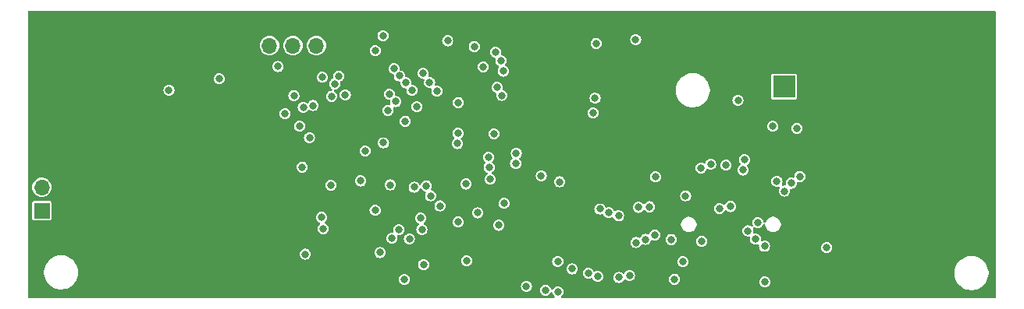
<source format=gbr>
%TF.GenerationSoftware,KiCad,Pcbnew,8.0.5*%
%TF.CreationDate,2025-03-27T16:57:56+00:00*%
%TF.ProjectId,UC_V4_4904-30028-06,55435f56-345f-4343-9930-342d33303032,rev?*%
%TF.SameCoordinates,Original*%
%TF.FileFunction,Copper,L2,Inr*%
%TF.FilePolarity,Positive*%
%FSLAX46Y46*%
G04 Gerber Fmt 4.6, Leading zero omitted, Abs format (unit mm)*
G04 Created by KiCad (PCBNEW 8.0.5) date 2025-03-27 16:57:56*
%MOMM*%
%LPD*%
G01*
G04 APERTURE LIST*
%TA.AperFunction,ComponentPad*%
%ADD10R,1.700000X1.700000*%
%TD*%
%TA.AperFunction,ComponentPad*%
%ADD11O,1.700000X1.700000*%
%TD*%
%TA.AperFunction,ComponentPad*%
%ADD12R,2.400000X2.400000*%
%TD*%
%TA.AperFunction,ComponentPad*%
%ADD13C,2.400000*%
%TD*%
%TA.AperFunction,ViaPad*%
%ADD14C,0.800000*%
%TD*%
G04 APERTURE END LIST*
D10*
%TO.N,GND*%
%TO.C,J4*%
X133418200Y-92198200D03*
D11*
%TO.N,/SWDIO*%
X130878200Y-92198200D03*
%TO.N,/SWCLK*%
X128338200Y-92198200D03*
%TO.N,/+3V3*%
X125798200Y-92198200D03*
%TD*%
D12*
%TO.N,/Uext*%
%TO.C,BT1*%
X181618200Y-96648200D03*
D13*
%TO.N,GND*%
X202618200Y-96648200D03*
X202618200Y-92898200D03*
X202618200Y-100398200D03*
%TD*%
D10*
%TO.N,/+5V*%
%TO.C,J3*%
X101108200Y-110148200D03*
D11*
X101108200Y-107608200D03*
%TO.N,GND*%
X103648200Y-110148200D03*
X103648200Y-107608200D03*
X106188200Y-110148200D03*
X106188200Y-107608200D03*
%TD*%
D14*
%TO.N,GND*%
X103648200Y-90638200D03*
X152728200Y-107608200D03*
X121428200Y-113498200D03*
X168925400Y-99595600D03*
X123968200Y-118578200D03*
X126508200Y-118578200D03*
X106188200Y-118578200D03*
X187468200Y-90638200D03*
X174742000Y-117578800D03*
X177282000Y-117553400D03*
X108728200Y-116038200D03*
X106188200Y-113498200D03*
X202708200Y-100798200D03*
X106188200Y-103338200D03*
X111268200Y-110958200D03*
X116348200Y-118578200D03*
X123968200Y-113498200D03*
X111268200Y-108418200D03*
X116348200Y-116038200D03*
X197628200Y-93178200D03*
X121428200Y-105878200D03*
X120182800Y-103685000D03*
X174768200Y-95718200D03*
X197628200Y-90638200D03*
X168823800Y-110568400D03*
X126508200Y-105878200D03*
X106188200Y-116038200D03*
X112715200Y-91340600D03*
X111268200Y-116038200D03*
X107393200Y-98798200D03*
X121428200Y-118578200D03*
X106188200Y-93178200D03*
X141018200Y-90898200D03*
X169688200Y-93178200D03*
X116348200Y-103338200D03*
X145854400Y-94956800D03*
X111268200Y-100798200D03*
X108728200Y-105878200D03*
X134128200Y-116038200D03*
X121428200Y-110958200D03*
X101108200Y-118578200D03*
X111268200Y-105878200D03*
X118888200Y-108418200D03*
X126508200Y-108418200D03*
X103648200Y-105878200D03*
X202818200Y-108448200D03*
X157030400Y-94118600D03*
X106188200Y-105878200D03*
X164302600Y-118671000D03*
X150756600Y-102805400D03*
X135194200Y-97766800D03*
X190008200Y-90638200D03*
X123568200Y-100123200D03*
X200168200Y-95718200D03*
X111268200Y-118578200D03*
X200168200Y-93178200D03*
X190008200Y-95718200D03*
X130309600Y-103694400D03*
X113808200Y-105878200D03*
X123968200Y-105878200D03*
X113808200Y-116038200D03*
X118693200Y-93798200D03*
X103648200Y-103338200D03*
X202708200Y-110958200D03*
X116348200Y-110958200D03*
X131588200Y-118578200D03*
X113808200Y-103338200D03*
X145709800Y-106016000D03*
X190008200Y-118578200D03*
X121368200Y-95298200D03*
X108728200Y-100798200D03*
X121428200Y-108418200D03*
X129048200Y-118578200D03*
X171490800Y-118086800D03*
X202708200Y-113498200D03*
X164759800Y-111584400D03*
X108728200Y-110958200D03*
X174768200Y-98258200D03*
X118888200Y-116038200D03*
X123968200Y-108418200D03*
X108728200Y-113498200D03*
X113808200Y-108418200D03*
X126508200Y-116038200D03*
X161568200Y-94898200D03*
X106188200Y-90638200D03*
X118888200Y-118578200D03*
X142577800Y-100392400D03*
X156166800Y-99071600D03*
X116348200Y-90638200D03*
X107693200Y-91673200D03*
X167503000Y-118594800D03*
X126508200Y-110958200D03*
X172228200Y-93178200D03*
X116348200Y-108418200D03*
X190008200Y-116038200D03*
X200168200Y-113498200D03*
X184928200Y-110958200D03*
X123493200Y-102598200D03*
X118888200Y-110958200D03*
X113808200Y-110958200D03*
X103648200Y-100798200D03*
X126508200Y-113498200D03*
X103648200Y-98258200D03*
X118328600Y-95836400D03*
X202708200Y-103338200D03*
X171287600Y-114607000D03*
X109895800Y-97182600D03*
X164686200Y-97958500D03*
X103648200Y-93178200D03*
X118888200Y-113498200D03*
X116348200Y-113498200D03*
X117515800Y-105818600D03*
X187468200Y-93178200D03*
X108728200Y-93178200D03*
X108728200Y-108418200D03*
X143212800Y-103135600D03*
X113808200Y-118578200D03*
X166055200Y-117578800D03*
X130716000Y-101052800D03*
X103648200Y-113498200D03*
X123318200Y-92448200D03*
X111268200Y-93178200D03*
X108728200Y-118578200D03*
X136668200Y-90638200D03*
X197628200Y-116038200D03*
X164683600Y-110212800D03*
X197628200Y-95718200D03*
X113808200Y-113498200D03*
X106188200Y-100798200D03*
X123968200Y-110958200D03*
X121478200Y-91467600D03*
X111268200Y-113498200D03*
%TO.N,/OSC_OUT*%
X150993000Y-97614400D03*
%TO.N,/OSC_IN*%
X150477200Y-96734800D03*
%TO.N,/VDDA*%
X146235400Y-101738600D03*
%TO.N,Net-(U1A-VCAP)*%
X136177000Y-103643600D03*
%TO.N,/SDAT7*%
X157068200Y-115668200D03*
X132458200Y-107378200D03*
X138796136Y-97468464D03*
X139838200Y-112208200D03*
%TO.N,/uDTR*%
X183318200Y-106428200D03*
X179498200Y-114018200D03*
%TO.N,/uDCD*%
X178508200Y-113228200D03*
X182388200Y-107168200D03*
%TO.N,/uPWRKEY*%
X180838200Y-106968200D03*
X178768200Y-111438200D03*
%TO.N,/Alim*%
X157088200Y-118978200D03*
X172678200Y-113478200D03*
X144288200Y-109638200D03*
X143271400Y-108536400D03*
%TO.N,/uStatus*%
X177698200Y-112348200D03*
X181678200Y-108028200D03*
%TO.N,/SD_D2*%
X139301200Y-94702800D03*
X131528800Y-95642600D03*
%TO.N,/SD_D3*%
X139885400Y-95490200D03*
X133306800Y-95515600D03*
%TO.N,/SD_CMD*%
X141239400Y-97055600D03*
X132875000Y-96353800D03*
%TO.N,/SD_CLK*%
X140604400Y-96242800D03*
X134018000Y-97547600D03*
%TO.N,/SD_D1*%
X129458011Y-98913011D03*
X127490200Y-99605000D03*
%TO.N,/SYN*%
X140428200Y-117628200D03*
X161388200Y-117318200D03*
%TO.N,/SCL*%
X158638400Y-116486600D03*
X129065000Y-100951200D03*
X142508200Y-116028200D03*
X130538200Y-98716000D03*
%TO.N,/SDAT2*%
X167598200Y-112788200D03*
X142198200Y-110968200D03*
%TO.N,/SCS*%
X160388200Y-116938200D03*
X139078200Y-113168200D03*
%TO.N,/SDAT3*%
X142331600Y-112219400D03*
X166578200Y-113278200D03*
%TO.N,/SDAT4*%
X165558200Y-113618200D03*
X137258200Y-110108200D03*
%TO.N,/SDAT5*%
X164848200Y-117228200D03*
X140978200Y-113218200D03*
%TO.N,/SDAT6*%
X131444197Y-110888200D03*
X163688200Y-117418200D03*
%TO.N,/+3V3*%
X150318200Y-92898200D03*
X138107400Y-91121400D03*
X138166000Y-102770600D03*
X169738200Y-117604200D03*
X129352200Y-105412200D03*
X170652600Y-115699200D03*
X132528394Y-97702259D03*
X186248200Y-114175200D03*
X160899000Y-99519400D03*
X169382600Y-113286200D03*
X130139600Y-102211800D03*
X161229200Y-91950200D03*
X146184600Y-102856200D03*
%TO.N,/RS485_RxD*%
X153668200Y-118382700D03*
X139501227Y-98283332D03*
%TO.N,/IRQ2*%
X150688200Y-111736800D03*
X163668200Y-110718200D03*
%TO.N,/READY*%
X179542600Y-117909000D03*
X147183000Y-115597600D03*
%TO.N,/SCLK*%
X155278200Y-106358200D03*
X149738200Y-106728200D03*
%TO.N,/MISO*%
X157266800Y-107012400D03*
X165848200Y-109788200D03*
%TO.N,/MOSI*%
X167028200Y-109728200D03*
X151247000Y-109349200D03*
%TO.N,/SS*%
X167655400Y-106479000D03*
X150147000Y-101789400D03*
%TO.N,/RS485_TxD*%
X155728200Y-118798200D03*
X131638200Y-112117800D03*
X138648600Y-99240000D03*
%TO.N,/RS485_DE*%
X146268200Y-111388200D03*
X161638200Y-109968200D03*
X148378200Y-110388200D03*
X140520400Y-100417800D03*
%TO.N,/NRST*%
X161119800Y-97903200D03*
%TO.N,/OSC32_IN*%
X150891400Y-93829800D03*
%TO.N,/OSC32_OUT*%
X151145400Y-94972800D03*
%TO.N,/Magnet*%
X137785000Y-114708600D03*
X138893200Y-107348200D03*
X129678200Y-114888200D03*
X141790400Y-98843000D03*
X135676800Y-106910800D03*
%TO.N,/BT_RxD*%
X149558200Y-104338200D03*
X147128200Y-107248200D03*
X173658200Y-105108200D03*
X152568200Y-103898200D03*
%TO.N,/BT_TxD*%
X142814200Y-107444200D03*
X149621400Y-105437600D03*
X172608200Y-105518200D03*
X152498200Y-105018200D03*
%TO.N,/LED3*%
X177308200Y-104618200D03*
X142476200Y-95210800D03*
%TO.N,/LED2*%
X143162000Y-96201400D03*
X177178200Y-105728200D03*
%TO.N,/LED1*%
X143949400Y-97141200D03*
X175328200Y-105208200D03*
%TO.N,/VBAT*%
X148978600Y-94499600D03*
%TO.N,/SDAe*%
X148013400Y-92289800D03*
%TO.N,/SCLe*%
X145125600Y-91670800D03*
%TO.N,/StartMasura*%
X162608200Y-110368200D03*
X141493400Y-107596600D03*
%TO.N,/Main*%
X137269200Y-92747000D03*
X120343200Y-95802500D03*
X126728200Y-94474200D03*
%TO.N,/BT_RTS*%
X176618200Y-98148200D03*
X175808200Y-109708200D03*
%TO.N,/BT_CTS*%
X165518200Y-91548200D03*
X174608200Y-109908200D03*
%TO.N,/Mains*%
X180398200Y-100968200D03*
X183008200Y-101188200D03*
X146286200Y-98385800D03*
X170938200Y-108538200D03*
%TO.N,/+3V3_SD*%
X114891800Y-97039600D03*
X128443200Y-97623200D03*
%TD*%
%TA.AperFunction,Conductor*%
%TO.N,GND*%
G36*
X204486454Y-88419569D02*
G01*
X204554569Y-88439588D01*
X204601049Y-88493254D01*
X204612423Y-88545546D01*
X204615145Y-103198881D01*
X204618173Y-119504268D01*
X204618177Y-119522177D01*
X204598188Y-119590301D01*
X204544541Y-119636804D01*
X204492177Y-119648200D01*
X157572653Y-119648200D01*
X157504532Y-119628198D01*
X157458039Y-119574542D01*
X157447935Y-119504268D01*
X157477429Y-119439688D01*
X157495946Y-119422239D01*
X157516482Y-119406482D01*
X157612736Y-119281041D01*
X157673244Y-119134962D01*
X157693882Y-118978200D01*
X157692505Y-118967744D01*
X157673244Y-118821439D01*
X157668913Y-118810981D01*
X157612736Y-118675359D01*
X157516482Y-118549918D01*
X157391041Y-118453664D01*
X157244962Y-118393156D01*
X157244960Y-118393155D01*
X157088200Y-118372518D01*
X156931439Y-118393155D01*
X156785360Y-118453663D01*
X156785357Y-118453665D01*
X156659918Y-118549918D01*
X156563665Y-118675357D01*
X156563661Y-118675364D01*
X156556979Y-118691496D01*
X156512429Y-118746776D01*
X156445065Y-118769194D01*
X156376274Y-118751633D01*
X156327898Y-118699670D01*
X156315651Y-118659723D01*
X156313244Y-118641438D01*
X156252736Y-118495359D01*
X156156482Y-118369918D01*
X156031041Y-118273664D01*
X156002554Y-118261864D01*
X155884960Y-118213155D01*
X155728200Y-118192518D01*
X155571439Y-118213155D01*
X155425360Y-118273663D01*
X155425357Y-118273665D01*
X155299918Y-118369918D01*
X155203665Y-118495357D01*
X155203663Y-118495360D01*
X155143155Y-118641439D01*
X155122518Y-118798199D01*
X155122518Y-118798200D01*
X155143155Y-118954960D01*
X155193592Y-119076724D01*
X155203664Y-119101041D01*
X155299918Y-119226482D01*
X155425359Y-119322736D01*
X155571438Y-119383244D01*
X155648946Y-119393448D01*
X155678037Y-119397278D01*
X155729885Y-119420214D01*
X155759311Y-119401304D01*
X155778363Y-119397278D01*
X155795206Y-119395060D01*
X155884962Y-119383244D01*
X156031041Y-119322736D01*
X156156482Y-119226482D01*
X156252736Y-119101041D01*
X156259419Y-119084906D01*
X156303965Y-119029627D01*
X156371328Y-119007205D01*
X156440120Y-119024762D01*
X156488499Y-119076724D01*
X156500749Y-119116679D01*
X156503155Y-119134960D01*
X156503156Y-119134962D01*
X156563664Y-119281041D01*
X156659918Y-119406482D01*
X156680451Y-119422238D01*
X156722318Y-119479575D01*
X156726540Y-119550446D01*
X156691776Y-119612349D01*
X156629063Y-119645630D01*
X156603747Y-119648200D01*
X155794809Y-119648200D01*
X155726688Y-119628198D01*
X155724826Y-119626049D01*
X155681005Y-119646695D01*
X155661591Y-119648200D01*
X99744162Y-119648200D01*
X99676041Y-119628198D01*
X99629548Y-119574542D01*
X99618162Y-119522238D01*
X99618126Y-119401304D01*
X99617327Y-116746309D01*
X101339700Y-116746309D01*
X101339700Y-116988890D01*
X101371360Y-117229382D01*
X101434144Y-117463695D01*
X101434145Y-117463697D01*
X101434146Y-117463700D01*
X101526976Y-117687812D01*
X101526977Y-117687813D01*
X101526982Y-117687824D01*
X101648261Y-117897885D01*
X101648263Y-117897888D01*
X101648264Y-117897889D01*
X101795935Y-118090338D01*
X101795939Y-118090342D01*
X101795944Y-118090348D01*
X101967451Y-118261855D01*
X101967456Y-118261859D01*
X101967462Y-118261865D01*
X102159911Y-118409536D01*
X102159914Y-118409538D01*
X102369975Y-118530817D01*
X102369979Y-118530818D01*
X102369988Y-118530824D01*
X102594100Y-118623654D01*
X102828411Y-118686438D01*
X102828415Y-118686438D01*
X102828417Y-118686439D01*
X102890402Y-118694599D01*
X103068912Y-118718100D01*
X103068919Y-118718100D01*
X103311481Y-118718100D01*
X103311488Y-118718100D01*
X103528837Y-118689485D01*
X103551982Y-118686439D01*
X103551982Y-118686438D01*
X103551989Y-118686438D01*
X103786300Y-118623654D01*
X104010412Y-118530824D01*
X104220489Y-118409536D01*
X104255464Y-118382699D01*
X153062518Y-118382699D01*
X153062518Y-118382700D01*
X153083155Y-118539460D01*
X153139449Y-118675364D01*
X153143664Y-118685541D01*
X153239918Y-118810982D01*
X153365359Y-118907236D01*
X153511438Y-118967744D01*
X153668200Y-118988382D01*
X153824962Y-118967744D01*
X153971041Y-118907236D01*
X154096482Y-118810982D01*
X154192736Y-118685541D01*
X154253244Y-118539462D01*
X154273882Y-118382700D01*
X154253244Y-118225938D01*
X154192736Y-118079859D01*
X154096482Y-117954418D01*
X153971041Y-117858164D01*
X153942839Y-117846482D01*
X153824960Y-117797655D01*
X153668200Y-117777018D01*
X153511439Y-117797655D01*
X153365360Y-117858163D01*
X153365357Y-117858165D01*
X153239918Y-117954418D01*
X153143665Y-118079857D01*
X153143663Y-118079860D01*
X153083155Y-118225939D01*
X153062518Y-118382699D01*
X104255464Y-118382699D01*
X104412938Y-118261865D01*
X104584465Y-118090338D01*
X104732136Y-117897889D01*
X104853424Y-117687812D01*
X104878116Y-117628199D01*
X139822518Y-117628199D01*
X139822518Y-117628200D01*
X139843155Y-117784960D01*
X139900699Y-117923882D01*
X139903664Y-117931041D01*
X139999918Y-118056482D01*
X140125359Y-118152736D01*
X140271438Y-118213244D01*
X140428200Y-118233882D01*
X140584962Y-118213244D01*
X140731041Y-118152736D01*
X140856482Y-118056482D01*
X140952736Y-117931041D01*
X141013244Y-117784962D01*
X141033882Y-117628200D01*
X141013244Y-117471438D01*
X140952736Y-117325359D01*
X140856482Y-117199918D01*
X140731041Y-117103664D01*
X140703563Y-117092282D01*
X140584960Y-117043155D01*
X140428200Y-117022518D01*
X140271439Y-117043155D01*
X140125360Y-117103663D01*
X140125357Y-117103665D01*
X139999918Y-117199918D01*
X139903665Y-117325357D01*
X139903663Y-117325360D01*
X139843155Y-117471439D01*
X139822518Y-117628199D01*
X104878116Y-117628199D01*
X104946254Y-117463700D01*
X105009038Y-117229389D01*
X105040700Y-116988888D01*
X105040700Y-116746312D01*
X105009038Y-116505811D01*
X104946254Y-116271500D01*
X104853424Y-116047388D01*
X104853418Y-116047379D01*
X104853417Y-116047375D01*
X104842346Y-116028199D01*
X141902518Y-116028199D01*
X141902518Y-116028200D01*
X141923155Y-116184960D01*
X141972829Y-116304882D01*
X141983664Y-116331041D01*
X142079918Y-116456482D01*
X142205359Y-116552736D01*
X142351438Y-116613244D01*
X142508200Y-116633882D01*
X142664962Y-116613244D01*
X142811041Y-116552736D01*
X142897233Y-116486599D01*
X158032718Y-116486599D01*
X158032718Y-116486600D01*
X158053355Y-116643360D01*
X158101298Y-116759103D01*
X158113864Y-116789441D01*
X158210118Y-116914882D01*
X158335559Y-117011136D01*
X158481638Y-117071644D01*
X158638400Y-117092282D01*
X158795162Y-117071644D01*
X158941241Y-117011136D01*
X159036295Y-116938199D01*
X159782518Y-116938199D01*
X159782518Y-116938200D01*
X159803155Y-117094960D01*
X159858838Y-117229389D01*
X159863664Y-117241041D01*
X159959918Y-117366482D01*
X160085359Y-117462736D01*
X160231438Y-117523244D01*
X160388200Y-117543882D01*
X160544962Y-117523244D01*
X160666008Y-117473104D01*
X160736595Y-117465516D01*
X160800082Y-117497295D01*
X160830631Y-117541294D01*
X160863664Y-117621041D01*
X160959918Y-117746482D01*
X161085359Y-117842736D01*
X161231438Y-117903244D01*
X161388200Y-117923882D01*
X161544962Y-117903244D01*
X161691041Y-117842736D01*
X161816482Y-117746482D01*
X161912736Y-117621041D01*
X161973244Y-117474962D01*
X161980717Y-117418199D01*
X163082518Y-117418199D01*
X163082518Y-117418200D01*
X163103155Y-117574960D01*
X163125208Y-117628199D01*
X163163664Y-117721041D01*
X163259918Y-117846482D01*
X163385359Y-117942736D01*
X163531438Y-118003244D01*
X163688200Y-118023882D01*
X163844962Y-118003244D01*
X163991041Y-117942736D01*
X164116482Y-117846482D01*
X164212736Y-117721041D01*
X164220164Y-117703107D01*
X164264711Y-117647828D01*
X164332074Y-117625407D01*
X164400866Y-117642965D01*
X164412778Y-117652219D01*
X164413366Y-117651454D01*
X164419917Y-117656480D01*
X164419918Y-117656482D01*
X164545359Y-117752736D01*
X164691438Y-117813244D01*
X164848200Y-117833882D01*
X165004962Y-117813244D01*
X165151041Y-117752736D01*
X165276482Y-117656482D01*
X165316600Y-117604199D01*
X169132518Y-117604199D01*
X169132518Y-117604200D01*
X169153155Y-117760960D01*
X169188580Y-117846482D01*
X169213664Y-117907041D01*
X169309918Y-118032482D01*
X169435359Y-118128736D01*
X169581438Y-118189244D01*
X169738200Y-118209882D01*
X169894962Y-118189244D01*
X170041041Y-118128736D01*
X170166482Y-118032482D01*
X170261234Y-117908999D01*
X178936918Y-117908999D01*
X178936918Y-117909000D01*
X178957555Y-118065760D01*
X179017253Y-118209882D01*
X179018064Y-118211841D01*
X179114318Y-118337282D01*
X179239759Y-118433536D01*
X179385838Y-118494044D01*
X179542600Y-118514682D01*
X179699362Y-118494044D01*
X179845441Y-118433536D01*
X179970882Y-118337282D01*
X180067136Y-118211841D01*
X180127644Y-118065762D01*
X180148282Y-117909000D01*
X180141589Y-117858165D01*
X180129194Y-117764012D01*
X180127644Y-117752238D01*
X180067136Y-117606159D01*
X179970882Y-117480718D01*
X179845441Y-117384464D01*
X179802027Y-117366481D01*
X179699360Y-117323955D01*
X179542600Y-117303318D01*
X179385839Y-117323955D01*
X179239760Y-117384463D01*
X179239757Y-117384465D01*
X179114318Y-117480718D01*
X179018065Y-117606157D01*
X179018063Y-117606160D01*
X178957555Y-117752239D01*
X178936918Y-117908999D01*
X170261234Y-117908999D01*
X170262736Y-117907041D01*
X170323244Y-117760962D01*
X170343882Y-117604200D01*
X170323244Y-117447438D01*
X170262736Y-117301359D01*
X170166482Y-117175918D01*
X170041041Y-117079664D01*
X170021185Y-117071439D01*
X169894960Y-117019155D01*
X169738200Y-116998518D01*
X169581439Y-117019155D01*
X169435360Y-117079663D01*
X169435357Y-117079665D01*
X169309918Y-117175918D01*
X169213665Y-117301357D01*
X169213663Y-117301360D01*
X169153155Y-117447439D01*
X169132518Y-117604199D01*
X165316600Y-117604199D01*
X165372736Y-117531041D01*
X165433244Y-117384962D01*
X165453882Y-117228200D01*
X165433244Y-117071438D01*
X165372736Y-116925359D01*
X165293817Y-116822509D01*
X200094900Y-116822509D01*
X200094900Y-117065090D01*
X200126560Y-117305582D01*
X200189344Y-117539895D01*
X200189345Y-117539897D01*
X200189346Y-117539900D01*
X200282176Y-117764012D01*
X200282177Y-117764013D01*
X200282182Y-117764024D01*
X200403461Y-117974085D01*
X200403463Y-117974088D01*
X200403464Y-117974089D01*
X200551135Y-118166538D01*
X200551139Y-118166542D01*
X200551144Y-118166548D01*
X200722651Y-118338055D01*
X200722656Y-118338059D01*
X200722662Y-118338065D01*
X200915111Y-118485736D01*
X200915114Y-118485738D01*
X201125175Y-118607017D01*
X201125179Y-118607018D01*
X201125188Y-118607024D01*
X201349300Y-118699854D01*
X201583611Y-118762638D01*
X201583615Y-118762638D01*
X201583617Y-118762639D01*
X201645602Y-118770799D01*
X201824112Y-118794300D01*
X201824119Y-118794300D01*
X202066681Y-118794300D01*
X202066688Y-118794300D01*
X202284037Y-118765685D01*
X202307182Y-118762639D01*
X202307182Y-118762638D01*
X202307189Y-118762638D01*
X202541500Y-118699854D01*
X202765612Y-118607024D01*
X202975689Y-118485736D01*
X203168138Y-118338065D01*
X203339665Y-118166538D01*
X203487336Y-117974089D01*
X203608624Y-117764012D01*
X203701454Y-117539900D01*
X203764238Y-117305589D01*
X203795900Y-117065088D01*
X203795900Y-116822512D01*
X203764238Y-116582011D01*
X203701454Y-116347700D01*
X203608624Y-116123588D01*
X203608618Y-116123579D01*
X203608617Y-116123575D01*
X203487338Y-115913514D01*
X203487336Y-115913511D01*
X203339665Y-115721062D01*
X203339659Y-115721056D01*
X203339655Y-115721051D01*
X203168148Y-115549544D01*
X203168142Y-115549539D01*
X203168138Y-115549535D01*
X202975689Y-115401864D01*
X202975688Y-115401863D01*
X202975685Y-115401861D01*
X202765624Y-115280582D01*
X202765616Y-115280578D01*
X202765612Y-115280576D01*
X202541500Y-115187746D01*
X202541497Y-115187745D01*
X202541495Y-115187744D01*
X202307182Y-115124960D01*
X202066690Y-115093300D01*
X202066688Y-115093300D01*
X201824112Y-115093300D01*
X201824109Y-115093300D01*
X201583617Y-115124960D01*
X201349304Y-115187744D01*
X201349300Y-115187746D01*
X201223346Y-115239918D01*
X201125186Y-115280577D01*
X201125175Y-115280582D01*
X200915114Y-115401861D01*
X200722662Y-115549535D01*
X200722651Y-115549544D01*
X200551144Y-115721051D01*
X200551135Y-115721062D01*
X200403461Y-115913514D01*
X200282182Y-116123575D01*
X200282177Y-116123586D01*
X200282176Y-116123588D01*
X200228471Y-116253244D01*
X200189346Y-116347700D01*
X200189344Y-116347704D01*
X200126560Y-116582017D01*
X200094900Y-116822509D01*
X165293817Y-116822509D01*
X165276482Y-116799918D01*
X165151041Y-116703664D01*
X165005460Y-116643362D01*
X165004960Y-116643155D01*
X164848200Y-116622518D01*
X164691439Y-116643155D01*
X164545360Y-116703663D01*
X164545357Y-116703665D01*
X164419918Y-116799918D01*
X164323665Y-116925357D01*
X164323662Y-116925362D01*
X164316234Y-116943295D01*
X164271683Y-116998574D01*
X164204319Y-117020992D01*
X164135528Y-117003431D01*
X164123621Y-116994180D01*
X164123034Y-116994946D01*
X164116482Y-116989919D01*
X164116482Y-116989918D01*
X163991041Y-116893664D01*
X163981998Y-116889918D01*
X163844960Y-116833155D01*
X163688200Y-116812518D01*
X163531439Y-116833155D01*
X163385360Y-116893663D01*
X163385357Y-116893665D01*
X163259918Y-116989918D01*
X163163665Y-117115357D01*
X163163663Y-117115360D01*
X163103155Y-117261439D01*
X163082518Y-117418199D01*
X161980717Y-117418199D01*
X161993882Y-117318200D01*
X161973244Y-117161438D01*
X161912736Y-117015359D01*
X161816482Y-116889918D01*
X161691041Y-116793664D01*
X161680849Y-116789442D01*
X161544960Y-116733155D01*
X161388200Y-116712518D01*
X161231437Y-116733156D01*
X161110392Y-116783294D01*
X161039803Y-116790883D01*
X160976316Y-116759103D01*
X160945768Y-116715106D01*
X160912736Y-116635359D01*
X160816482Y-116509918D01*
X160691041Y-116413664D01*
X160544962Y-116353156D01*
X160544960Y-116353155D01*
X160388200Y-116332518D01*
X160231439Y-116353155D01*
X160085360Y-116413663D01*
X160085357Y-116413665D01*
X159959918Y-116509918D01*
X159863665Y-116635357D01*
X159863663Y-116635360D01*
X159803155Y-116781439D01*
X159782518Y-116938199D01*
X159036295Y-116938199D01*
X159066682Y-116914882D01*
X159162936Y-116789441D01*
X159223444Y-116643362D01*
X159244082Y-116486600D01*
X159223444Y-116329838D01*
X159162936Y-116183759D01*
X159066682Y-116058318D01*
X158941241Y-115962064D01*
X158824032Y-115913514D01*
X158795160Y-115901555D01*
X158638400Y-115880918D01*
X158481639Y-115901555D01*
X158335560Y-115962063D01*
X158335557Y-115962065D01*
X158210118Y-116058318D01*
X158113865Y-116183757D01*
X158113863Y-116183760D01*
X158053355Y-116329839D01*
X158032718Y-116486599D01*
X142897233Y-116486599D01*
X142936482Y-116456482D01*
X143032736Y-116331041D01*
X143093244Y-116184962D01*
X143113882Y-116028200D01*
X143093244Y-115871438D01*
X143032736Y-115725359D01*
X142936482Y-115599918D01*
X142933460Y-115597599D01*
X146577318Y-115597599D01*
X146577318Y-115597600D01*
X146597955Y-115754360D01*
X146646451Y-115871438D01*
X146658464Y-115900441D01*
X146754718Y-116025882D01*
X146880159Y-116122136D01*
X147026238Y-116182644D01*
X147183000Y-116203282D01*
X147339762Y-116182644D01*
X147485841Y-116122136D01*
X147611282Y-116025882D01*
X147707536Y-115900441D01*
X147768044Y-115754362D01*
X147779388Y-115668199D01*
X156462518Y-115668199D01*
X156462518Y-115668200D01*
X156483155Y-115824960D01*
X156539946Y-115962064D01*
X156543664Y-115971041D01*
X156639918Y-116096482D01*
X156765359Y-116192736D01*
X156911438Y-116253244D01*
X157068200Y-116273882D01*
X157224962Y-116253244D01*
X157371041Y-116192736D01*
X157496482Y-116096482D01*
X157592736Y-115971041D01*
X157653244Y-115824962D01*
X157669801Y-115699199D01*
X170046918Y-115699199D01*
X170046918Y-115699200D01*
X170067555Y-115855960D01*
X170115223Y-115971039D01*
X170128064Y-116002041D01*
X170224318Y-116127482D01*
X170349759Y-116223736D01*
X170495838Y-116284244D01*
X170652600Y-116304882D01*
X170809362Y-116284244D01*
X170955441Y-116223736D01*
X171080882Y-116127482D01*
X171177136Y-116002041D01*
X171237644Y-115855962D01*
X171258282Y-115699200D01*
X171237644Y-115542438D01*
X171177136Y-115396359D01*
X171080882Y-115270918D01*
X170955441Y-115174664D01*
X170880601Y-115143664D01*
X170809360Y-115114155D01*
X170652600Y-115093518D01*
X170495839Y-115114155D01*
X170349760Y-115174663D01*
X170349757Y-115174665D01*
X170224318Y-115270918D01*
X170128065Y-115396357D01*
X170128063Y-115396360D01*
X170067555Y-115542439D01*
X170046918Y-115699199D01*
X157669801Y-115699199D01*
X157673882Y-115668200D01*
X157653244Y-115511438D01*
X157592736Y-115365359D01*
X157496482Y-115239918D01*
X157371041Y-115143664D01*
X157354666Y-115136881D01*
X157224960Y-115083155D01*
X157068200Y-115062518D01*
X156911439Y-115083155D01*
X156765360Y-115143663D01*
X156765357Y-115143665D01*
X156639918Y-115239918D01*
X156543665Y-115365357D01*
X156543663Y-115365360D01*
X156483155Y-115511439D01*
X156462518Y-115668199D01*
X147779388Y-115668199D01*
X147788682Y-115597600D01*
X147768044Y-115440838D01*
X147707536Y-115294759D01*
X147611282Y-115169318D01*
X147485841Y-115073064D01*
X147350733Y-115017100D01*
X147339760Y-115012555D01*
X147183000Y-114991918D01*
X147026239Y-115012555D01*
X146880160Y-115073063D01*
X146880157Y-115073065D01*
X146754718Y-115169318D01*
X146658465Y-115294757D01*
X146658463Y-115294760D01*
X146597955Y-115440839D01*
X146577318Y-115597599D01*
X142933460Y-115597599D01*
X142811041Y-115503664D01*
X142787426Y-115493882D01*
X142664960Y-115443155D01*
X142508200Y-115422518D01*
X142351439Y-115443155D01*
X142205360Y-115503663D01*
X142205357Y-115503665D01*
X142079918Y-115599918D01*
X141983665Y-115725357D01*
X141983663Y-115725360D01*
X141923155Y-115871439D01*
X141902518Y-116028199D01*
X104842346Y-116028199D01*
X104732138Y-115837314D01*
X104722660Y-115824962D01*
X104584465Y-115644862D01*
X104584459Y-115644856D01*
X104584455Y-115644851D01*
X104412948Y-115473344D01*
X104412942Y-115473339D01*
X104412938Y-115473335D01*
X104220489Y-115325664D01*
X104220488Y-115325663D01*
X104220485Y-115325661D01*
X104010424Y-115204382D01*
X104010416Y-115204378D01*
X104010412Y-115204376D01*
X103786300Y-115111546D01*
X103786297Y-115111545D01*
X103786295Y-115111544D01*
X103551982Y-115048760D01*
X103311490Y-115017100D01*
X103311488Y-115017100D01*
X103068912Y-115017100D01*
X103068909Y-115017100D01*
X102828417Y-115048760D01*
X102594104Y-115111544D01*
X102594100Y-115111546D01*
X102402180Y-115191042D01*
X102369986Y-115204377D01*
X102369975Y-115204382D01*
X102159914Y-115325661D01*
X101967462Y-115473335D01*
X101967451Y-115473344D01*
X101795944Y-115644851D01*
X101795935Y-115644862D01*
X101648261Y-115837314D01*
X101526982Y-116047375D01*
X101526977Y-116047386D01*
X101526976Y-116047388D01*
X101493800Y-116127482D01*
X101434146Y-116271500D01*
X101434144Y-116271504D01*
X101371360Y-116505817D01*
X101339700Y-116746309D01*
X99617327Y-116746309D01*
X99616768Y-114888199D01*
X129072518Y-114888199D01*
X129072518Y-114888200D01*
X129093155Y-115044960D01*
X129131231Y-115136882D01*
X129153664Y-115191041D01*
X129249918Y-115316482D01*
X129375359Y-115412736D01*
X129521438Y-115473244D01*
X129678200Y-115493882D01*
X129834962Y-115473244D01*
X129981041Y-115412736D01*
X130106482Y-115316482D01*
X130202736Y-115191041D01*
X130263244Y-115044962D01*
X130283882Y-114888200D01*
X130263244Y-114731438D01*
X130253784Y-114708599D01*
X137179318Y-114708599D01*
X137179318Y-114708600D01*
X137199955Y-114865360D01*
X137199956Y-114865362D01*
X137260464Y-115011441D01*
X137356718Y-115136882D01*
X137482159Y-115233136D01*
X137628238Y-115293644D01*
X137785000Y-115314282D01*
X137941762Y-115293644D01*
X138087841Y-115233136D01*
X138213282Y-115136882D01*
X138309536Y-115011441D01*
X138370044Y-114865362D01*
X138390682Y-114708600D01*
X138370044Y-114551838D01*
X138309536Y-114405759D01*
X138213282Y-114280318D01*
X138087841Y-114184064D01*
X138066442Y-114175200D01*
X137941760Y-114123555D01*
X137785000Y-114102918D01*
X137628239Y-114123555D01*
X137482160Y-114184063D01*
X137482157Y-114184065D01*
X137356718Y-114280318D01*
X137260465Y-114405757D01*
X137260463Y-114405760D01*
X137199955Y-114551839D01*
X137179318Y-114708599D01*
X130253784Y-114708599D01*
X130202736Y-114585359D01*
X130106482Y-114459918D01*
X129981041Y-114363664D01*
X129878141Y-114321041D01*
X129834960Y-114303155D01*
X129678200Y-114282518D01*
X129521439Y-114303155D01*
X129375360Y-114363663D01*
X129375357Y-114363665D01*
X129249918Y-114459918D01*
X129153665Y-114585357D01*
X129153663Y-114585360D01*
X129093155Y-114731439D01*
X129072518Y-114888199D01*
X99616768Y-114888199D01*
X99616251Y-113168199D01*
X138472518Y-113168199D01*
X138472518Y-113168200D01*
X138493155Y-113324960D01*
X138552713Y-113468744D01*
X138553664Y-113471041D01*
X138649918Y-113596482D01*
X138775359Y-113692736D01*
X138921438Y-113753244D01*
X139078200Y-113773882D01*
X139234962Y-113753244D01*
X139381041Y-113692736D01*
X139506482Y-113596482D01*
X139602736Y-113471041D01*
X139663244Y-113324962D01*
X139677300Y-113218199D01*
X140372518Y-113218199D01*
X140372518Y-113218200D01*
X140393155Y-113374960D01*
X140442324Y-113493663D01*
X140453664Y-113521041D01*
X140549918Y-113646482D01*
X140675359Y-113742736D01*
X140821438Y-113803244D01*
X140978200Y-113823882D01*
X141134962Y-113803244D01*
X141281041Y-113742736D01*
X141406482Y-113646482D01*
X141428184Y-113618199D01*
X164952518Y-113618199D01*
X164952518Y-113618200D01*
X164973155Y-113774960D01*
X165013500Y-113872360D01*
X165033664Y-113921041D01*
X165129918Y-114046482D01*
X165255359Y-114142736D01*
X165401438Y-114203244D01*
X165558200Y-114223882D01*
X165714962Y-114203244D01*
X165861041Y-114142736D01*
X165986482Y-114046482D01*
X166082736Y-113921041D01*
X166104554Y-113868365D01*
X166149100Y-113813087D01*
X166216463Y-113790665D01*
X166269180Y-113800176D01*
X166275357Y-113802734D01*
X166275359Y-113802736D01*
X166421438Y-113863244D01*
X166578200Y-113883882D01*
X166734962Y-113863244D01*
X166881041Y-113802736D01*
X167006482Y-113706482D01*
X167102736Y-113581041D01*
X167163244Y-113434962D01*
X167163901Y-113429970D01*
X167192618Y-113365043D01*
X167251880Y-113325948D01*
X167322871Y-113325098D01*
X167337036Y-113329999D01*
X167441438Y-113373244D01*
X167598200Y-113393882D01*
X167754962Y-113373244D01*
X167901041Y-113312736D01*
X167935625Y-113286199D01*
X168776918Y-113286199D01*
X168776918Y-113286200D01*
X168797555Y-113442960D01*
X168834040Y-113531041D01*
X168858064Y-113589041D01*
X168954318Y-113714482D01*
X169079759Y-113810736D01*
X169225838Y-113871244D01*
X169382600Y-113891882D01*
X169539362Y-113871244D01*
X169685441Y-113810736D01*
X169810882Y-113714482D01*
X169907136Y-113589041D01*
X169953048Y-113478199D01*
X172072518Y-113478199D01*
X172072518Y-113478200D01*
X172093155Y-113634960D01*
X172150699Y-113773882D01*
X172153664Y-113781041D01*
X172249918Y-113906482D01*
X172375359Y-114002736D01*
X172521438Y-114063244D01*
X172678200Y-114083882D01*
X172834962Y-114063244D01*
X172981041Y-114002736D01*
X173106482Y-113906482D01*
X173202736Y-113781041D01*
X173263244Y-113634962D01*
X173283882Y-113478200D01*
X173263244Y-113321438D01*
X173202736Y-113175359D01*
X173106482Y-113049918D01*
X172981041Y-112953664D01*
X172912710Y-112925360D01*
X172834960Y-112893155D01*
X172678200Y-112872518D01*
X172521439Y-112893155D01*
X172375360Y-112953663D01*
X172375357Y-112953665D01*
X172249918Y-113049918D01*
X172153665Y-113175357D01*
X172153663Y-113175360D01*
X172093155Y-113321439D01*
X172072518Y-113478199D01*
X169953048Y-113478199D01*
X169967644Y-113442962D01*
X169988282Y-113286200D01*
X169979103Y-113216482D01*
X169967644Y-113129439D01*
X169953886Y-113096223D01*
X169907136Y-112983359D01*
X169810882Y-112857918D01*
X169685441Y-112761664D01*
X169666128Y-112753664D01*
X169539360Y-112701155D01*
X169382600Y-112680518D01*
X169225839Y-112701155D01*
X169079760Y-112761663D01*
X169079757Y-112761665D01*
X168954318Y-112857918D01*
X168858065Y-112983357D01*
X168858063Y-112983360D01*
X168797555Y-113129439D01*
X168776918Y-113286199D01*
X167935625Y-113286199D01*
X168026482Y-113216482D01*
X168122736Y-113091041D01*
X168183244Y-112944962D01*
X168203882Y-112788200D01*
X168200388Y-112761664D01*
X168192450Y-112701364D01*
X168183244Y-112631438D01*
X168122736Y-112485359D01*
X168026482Y-112359918D01*
X167901041Y-112263664D01*
X167794179Y-112219400D01*
X167754960Y-112203155D01*
X167598200Y-112182518D01*
X167441439Y-112203155D01*
X167295360Y-112263663D01*
X167295357Y-112263665D01*
X167169918Y-112359918D01*
X167073665Y-112485357D01*
X167073663Y-112485360D01*
X167013156Y-112631438D01*
X167012498Y-112636437D01*
X166983775Y-112701364D01*
X166924509Y-112740455D01*
X166853517Y-112741299D01*
X166839358Y-112736398D01*
X166734960Y-112693155D01*
X166578200Y-112672518D01*
X166421439Y-112693155D01*
X166275360Y-112753663D01*
X166275357Y-112753665D01*
X166149918Y-112849918D01*
X166053665Y-112975357D01*
X166053661Y-112975364D01*
X166031845Y-113028033D01*
X165987297Y-113083314D01*
X165919933Y-113105734D01*
X165867219Y-113096223D01*
X165714960Y-113033155D01*
X165558200Y-113012518D01*
X165401439Y-113033155D01*
X165255360Y-113093663D01*
X165255357Y-113093665D01*
X165129918Y-113189918D01*
X165033665Y-113315357D01*
X165033663Y-113315360D01*
X164973155Y-113461439D01*
X164952518Y-113618199D01*
X141428184Y-113618199D01*
X141502736Y-113521041D01*
X141563244Y-113374962D01*
X141583882Y-113218200D01*
X141563244Y-113061438D01*
X141502736Y-112915359D01*
X141406482Y-112789918D01*
X141281041Y-112693664D01*
X141279813Y-112693155D01*
X141134960Y-112633155D01*
X140978200Y-112612518D01*
X140821439Y-112633155D01*
X140675360Y-112693663D01*
X140675357Y-112693665D01*
X140549918Y-112789918D01*
X140453665Y-112915357D01*
X140453663Y-112915360D01*
X140393155Y-113061439D01*
X140372518Y-113218199D01*
X139677300Y-113218199D01*
X139683882Y-113168200D01*
X139663244Y-113011438D01*
X139650118Y-112979751D01*
X139642529Y-112909162D01*
X139674308Y-112845675D01*
X139735365Y-112809447D01*
X139782971Y-112806611D01*
X139838200Y-112813882D01*
X139994962Y-112793244D01*
X140141041Y-112732736D01*
X140266482Y-112636482D01*
X140362736Y-112511041D01*
X140423244Y-112364962D01*
X140443882Y-112208200D01*
X140423244Y-112051438D01*
X140362736Y-111905359D01*
X140266482Y-111779918D01*
X140141041Y-111683664D01*
X140112001Y-111671635D01*
X139994960Y-111623155D01*
X139838200Y-111602518D01*
X139681439Y-111623155D01*
X139535360Y-111683663D01*
X139535357Y-111683665D01*
X139409918Y-111779918D01*
X139313665Y-111905357D01*
X139313663Y-111905360D01*
X139253155Y-112051439D01*
X139232518Y-112208199D01*
X139232518Y-112208200D01*
X139253155Y-112364960D01*
X139266281Y-112396648D01*
X139273870Y-112467238D01*
X139242090Y-112530725D01*
X139181032Y-112566952D01*
X139133427Y-112569788D01*
X139078202Y-112562518D01*
X139078200Y-112562518D01*
X138921439Y-112583155D01*
X138775360Y-112643663D01*
X138775357Y-112643665D01*
X138649918Y-112739918D01*
X138553665Y-112865357D01*
X138553663Y-112865360D01*
X138493155Y-113011439D01*
X138472518Y-113168199D01*
X99616251Y-113168199D01*
X99615081Y-109278449D01*
X100057700Y-109278449D01*
X100057700Y-111017950D01*
X100058314Y-111021039D01*
X100069333Y-111076431D01*
X100113648Y-111142752D01*
X100179969Y-111187067D01*
X100238452Y-111198700D01*
X100238453Y-111198700D01*
X101977947Y-111198700D01*
X101977948Y-111198700D01*
X102036431Y-111187067D01*
X102102752Y-111142752D01*
X102147067Y-111076431D01*
X102158700Y-111017948D01*
X102158700Y-110888196D01*
X130838515Y-110888196D01*
X130838515Y-110888200D01*
X130859152Y-111044960D01*
X130903389Y-111151756D01*
X130919661Y-111191041D01*
X131015915Y-111316482D01*
X131141356Y-111412736D01*
X131218512Y-111444695D01*
X131273792Y-111489242D01*
X131296213Y-111556606D01*
X131278655Y-111625397D01*
X131246998Y-111661065D01*
X131209918Y-111689517D01*
X131113665Y-111814957D01*
X131113663Y-111814960D01*
X131053155Y-111961039D01*
X131032518Y-112117799D01*
X131032518Y-112117800D01*
X131053155Y-112274560D01*
X131110045Y-112411903D01*
X131113664Y-112420641D01*
X131209918Y-112546082D01*
X131335359Y-112642336D01*
X131481438Y-112702844D01*
X131638200Y-112723482D01*
X131794962Y-112702844D01*
X131941041Y-112642336D01*
X132066482Y-112546082D01*
X132162736Y-112420641D01*
X132223244Y-112274562D01*
X132243882Y-112117800D01*
X132236412Y-112061063D01*
X132224851Y-111973244D01*
X132223244Y-111961038D01*
X132162736Y-111814959D01*
X132066482Y-111689518D01*
X131941041Y-111593264D01*
X131863882Y-111561303D01*
X131808604Y-111516756D01*
X131786183Y-111449393D01*
X131803742Y-111380601D01*
X131835398Y-111344934D01*
X131872479Y-111316482D01*
X131968733Y-111191041D01*
X132029241Y-111044962D01*
X132039347Y-110968199D01*
X141592518Y-110968199D01*
X141592518Y-110968200D01*
X141613155Y-111124960D01*
X141661940Y-111242736D01*
X141673664Y-111271041D01*
X141769918Y-111396482D01*
X141895359Y-111492736D01*
X141951439Y-111515965D01*
X142006719Y-111560512D01*
X142029140Y-111627876D01*
X142011582Y-111696667D01*
X141979924Y-111732335D01*
X141903320Y-111791115D01*
X141807065Y-111916557D01*
X141807063Y-111916560D01*
X141746555Y-112062639D01*
X141725918Y-112219399D01*
X141725918Y-112219400D01*
X141746555Y-112376160D01*
X141794508Y-112491927D01*
X141807064Y-112522241D01*
X141903318Y-112647682D01*
X142028759Y-112743936D01*
X142174838Y-112804444D01*
X142331600Y-112825082D01*
X142488362Y-112804444D01*
X142634441Y-112743936D01*
X142759882Y-112647682D01*
X142856136Y-112522241D01*
X142916644Y-112376162D01*
X142937282Y-112219400D01*
X142935807Y-112208200D01*
X142916644Y-112062639D01*
X142915992Y-112061063D01*
X142856136Y-111916559D01*
X142759882Y-111791118D01*
X142634441Y-111694864D01*
X142578358Y-111671633D01*
X142523080Y-111627086D01*
X142500659Y-111559722D01*
X142518218Y-111490931D01*
X142549874Y-111455265D01*
X142626482Y-111396482D01*
X142632838Y-111388199D01*
X145662518Y-111388199D01*
X145662518Y-111388200D01*
X145683155Y-111544960D01*
X145731248Y-111661065D01*
X145743664Y-111691041D01*
X145839918Y-111816482D01*
X145965359Y-111912736D01*
X146111438Y-111973244D01*
X146268200Y-111993882D01*
X146424962Y-111973244D01*
X146571041Y-111912736D01*
X146696482Y-111816482D01*
X146757625Y-111736799D01*
X150082518Y-111736799D01*
X150082518Y-111736800D01*
X150103155Y-111893560D01*
X150131808Y-111962733D01*
X150163664Y-112039641D01*
X150259918Y-112165082D01*
X150385359Y-112261336D01*
X150531438Y-112321844D01*
X150688200Y-112342482D01*
X150844962Y-112321844D01*
X150991041Y-112261336D01*
X151116482Y-112165082D01*
X151212736Y-112039641D01*
X151273244Y-111893562D01*
X151293882Y-111736800D01*
X151287857Y-111691039D01*
X151280395Y-111634356D01*
X151273244Y-111580038D01*
X151270921Y-111574430D01*
X170427700Y-111574430D01*
X170427700Y-111741969D01*
X170442218Y-111814957D01*
X170460200Y-111905359D01*
X170460385Y-111906285D01*
X170463057Y-111912736D01*
X170524497Y-112061063D01*
X170525550Y-112062639D01*
X170617573Y-112200361D01*
X170617578Y-112200367D01*
X170736032Y-112318821D01*
X170736038Y-112318826D01*
X170875337Y-112411903D01*
X171030118Y-112476016D01*
X171194433Y-112508700D01*
X171194434Y-112508700D01*
X171361966Y-112508700D01*
X171361967Y-112508700D01*
X171526282Y-112476016D01*
X171681063Y-112411903D01*
X171776402Y-112348199D01*
X177092518Y-112348199D01*
X177092518Y-112348200D01*
X177113155Y-112504960D01*
X177172273Y-112647682D01*
X177173664Y-112651041D01*
X177269918Y-112776482D01*
X177395359Y-112872736D01*
X177541438Y-112933244D01*
X177698200Y-112953882D01*
X177780072Y-112943103D01*
X177850220Y-112954042D01*
X177903319Y-113001170D01*
X177922509Y-113069524D01*
X177921440Y-113084471D01*
X177902518Y-113228199D01*
X177902518Y-113228200D01*
X177923155Y-113384960D01*
X177968182Y-113493663D01*
X177983664Y-113531041D01*
X178079918Y-113656482D01*
X178205359Y-113752736D01*
X178351438Y-113813244D01*
X178508200Y-113833882D01*
X178664962Y-113813244D01*
X178732558Y-113785244D01*
X178803144Y-113777655D01*
X178866631Y-113809433D01*
X178902860Y-113870491D01*
X178905696Y-113918099D01*
X178892518Y-114018199D01*
X178892518Y-114018200D01*
X178913155Y-114174960D01*
X178916927Y-114184065D01*
X178973664Y-114321041D01*
X179069918Y-114446482D01*
X179195359Y-114542736D01*
X179341438Y-114603244D01*
X179498200Y-114623882D01*
X179654962Y-114603244D01*
X179801041Y-114542736D01*
X179926482Y-114446482D01*
X180022736Y-114321041D01*
X180083146Y-114175199D01*
X185642518Y-114175199D01*
X185642518Y-114175200D01*
X185663155Y-114331960D01*
X185663156Y-114331962D01*
X185723664Y-114478041D01*
X185819918Y-114603482D01*
X185945359Y-114699736D01*
X186091438Y-114760244D01*
X186248200Y-114780882D01*
X186404962Y-114760244D01*
X186551041Y-114699736D01*
X186676482Y-114603482D01*
X186772736Y-114478041D01*
X186833244Y-114331962D01*
X186853882Y-114175200D01*
X186853850Y-114174960D01*
X186833244Y-114018439D01*
X186792901Y-113921041D01*
X186772736Y-113872359D01*
X186676482Y-113746918D01*
X186551041Y-113650664D01*
X186540943Y-113646481D01*
X186404960Y-113590155D01*
X186248200Y-113569518D01*
X186091439Y-113590155D01*
X185945360Y-113650663D01*
X185945357Y-113650665D01*
X185819918Y-113746918D01*
X185723665Y-113872357D01*
X185723663Y-113872360D01*
X185663155Y-114018439D01*
X185642518Y-114175199D01*
X180083146Y-114175199D01*
X180083244Y-114174962D01*
X180103882Y-114018200D01*
X180083244Y-113861438D01*
X180022736Y-113715359D01*
X179926482Y-113589918D01*
X179801041Y-113493664D01*
X179763706Y-113478199D01*
X179654960Y-113433155D01*
X179498200Y-113412518D01*
X179341439Y-113433155D01*
X179273843Y-113461155D01*
X179203253Y-113468744D01*
X179139766Y-113436965D01*
X179103539Y-113375906D01*
X179100703Y-113328303D01*
X179113882Y-113228200D01*
X179093244Y-113071438D01*
X179032736Y-112925359D01*
X178936482Y-112799918D01*
X178811041Y-112703664D01*
X178809062Y-112702844D01*
X178664960Y-112643155D01*
X178508200Y-112622518D01*
X178508198Y-112622518D01*
X178426326Y-112633296D01*
X178356178Y-112622356D01*
X178303079Y-112575228D01*
X178283890Y-112506874D01*
X178284957Y-112491944D01*
X178303882Y-112348200D01*
X178283244Y-112191438D01*
X178239473Y-112085767D01*
X178231885Y-112015179D01*
X178263664Y-111951692D01*
X178324722Y-111915465D01*
X178395674Y-111917999D01*
X178432583Y-111937586D01*
X178465359Y-111962736D01*
X178611438Y-112023244D01*
X178768200Y-112043882D01*
X178924962Y-112023244D01*
X179071041Y-111962736D01*
X179196482Y-111866482D01*
X179292736Y-111741041D01*
X179335292Y-111638301D01*
X179379839Y-111583022D01*
X179447203Y-111560601D01*
X179515994Y-111578159D01*
X179564372Y-111630121D01*
X179577700Y-111686521D01*
X179577700Y-111741969D01*
X179592218Y-111814957D01*
X179610200Y-111905359D01*
X179610385Y-111906285D01*
X179613057Y-111912736D01*
X179674497Y-112061063D01*
X179675550Y-112062639D01*
X179767573Y-112200361D01*
X179767578Y-112200367D01*
X179886032Y-112318821D01*
X179886038Y-112318826D01*
X180025337Y-112411903D01*
X180180118Y-112476016D01*
X180344433Y-112508700D01*
X180344434Y-112508700D01*
X180511966Y-112508700D01*
X180511967Y-112508700D01*
X180676282Y-112476016D01*
X180831063Y-112411903D01*
X180970362Y-112318826D01*
X181088826Y-112200362D01*
X181181903Y-112061063D01*
X181246016Y-111906282D01*
X181278700Y-111741967D01*
X181278700Y-111574433D01*
X181246016Y-111410118D01*
X181181903Y-111255337D01*
X181088826Y-111116038D01*
X181088821Y-111116032D01*
X180970367Y-110997578D01*
X180970361Y-110997573D01*
X180863933Y-110926460D01*
X180831063Y-110904497D01*
X180707114Y-110853155D01*
X180676285Y-110840385D01*
X180676283Y-110840384D01*
X180676282Y-110840384D01*
X180593568Y-110823931D01*
X180511969Y-110807700D01*
X180511967Y-110807700D01*
X180344433Y-110807700D01*
X180344430Y-110807700D01*
X180222030Y-110832047D01*
X180180118Y-110840384D01*
X180180117Y-110840384D01*
X180180114Y-110840385D01*
X180025335Y-110904498D01*
X179886038Y-110997573D01*
X179886032Y-110997578D01*
X179767578Y-111116032D01*
X179767573Y-111116038D01*
X179674496Y-111255337D01*
X179674494Y-111255342D01*
X179608067Y-111415707D01*
X179563519Y-111470988D01*
X179496155Y-111493408D01*
X179427364Y-111475849D01*
X179378986Y-111423887D01*
X179366738Y-111383936D01*
X179353244Y-111281438D01*
X179292736Y-111135359D01*
X179196482Y-111009918D01*
X179071041Y-110913664D01*
X179048913Y-110904498D01*
X178924960Y-110853155D01*
X178768200Y-110832518D01*
X178611439Y-110853155D01*
X178465360Y-110913663D01*
X178465357Y-110913665D01*
X178339918Y-111009918D01*
X178243665Y-111135357D01*
X178243663Y-111135360D01*
X178183155Y-111281439D01*
X178162518Y-111438199D01*
X178162518Y-111438200D01*
X178183155Y-111594960D01*
X178226925Y-111700630D01*
X178234514Y-111771220D01*
X178202734Y-111834707D01*
X178141676Y-111870934D01*
X178070725Y-111868400D01*
X178033814Y-111848811D01*
X178001041Y-111823664D01*
X177983703Y-111816482D01*
X177854960Y-111763155D01*
X177698200Y-111742518D01*
X177541439Y-111763155D01*
X177395360Y-111823663D01*
X177395357Y-111823665D01*
X177269918Y-111919918D01*
X177173665Y-112045357D01*
X177173663Y-112045360D01*
X177113155Y-112191439D01*
X177092518Y-112348199D01*
X171776402Y-112348199D01*
X171820362Y-112318826D01*
X171938826Y-112200362D01*
X172031903Y-112061063D01*
X172096016Y-111906282D01*
X172128700Y-111741967D01*
X172128700Y-111574433D01*
X172096016Y-111410118D01*
X172031903Y-111255337D01*
X171938826Y-111116038D01*
X171938821Y-111116032D01*
X171820367Y-110997578D01*
X171820361Y-110997573D01*
X171713933Y-110926460D01*
X171681063Y-110904497D01*
X171557114Y-110853155D01*
X171526285Y-110840385D01*
X171526283Y-110840384D01*
X171526282Y-110840384D01*
X171443568Y-110823931D01*
X171361969Y-110807700D01*
X171361967Y-110807700D01*
X171194433Y-110807700D01*
X171194430Y-110807700D01*
X171072030Y-110832047D01*
X171030118Y-110840384D01*
X171030117Y-110840384D01*
X171030114Y-110840385D01*
X170875335Y-110904498D01*
X170736038Y-110997573D01*
X170736032Y-110997578D01*
X170617578Y-111116032D01*
X170617573Y-111116038D01*
X170524498Y-111255335D01*
X170460385Y-111410114D01*
X170460384Y-111410117D01*
X170460384Y-111410118D01*
X170452572Y-111449393D01*
X170427700Y-111574430D01*
X151270921Y-111574430D01*
X151212736Y-111433959D01*
X151116482Y-111308518D01*
X150991041Y-111212264D01*
X150958293Y-111198699D01*
X150844960Y-111151755D01*
X150688200Y-111131118D01*
X150531439Y-111151755D01*
X150385360Y-111212263D01*
X150385357Y-111212265D01*
X150259918Y-111308518D01*
X150163665Y-111433957D01*
X150163663Y-111433960D01*
X150103155Y-111580039D01*
X150082518Y-111736799D01*
X146757625Y-111736799D01*
X146792736Y-111691041D01*
X146853244Y-111544962D01*
X146873882Y-111388200D01*
X146853244Y-111231438D01*
X146792736Y-111085359D01*
X146696482Y-110959918D01*
X146571041Y-110863664D01*
X146568461Y-110862595D01*
X146424960Y-110803155D01*
X146268200Y-110782518D01*
X146111439Y-110803155D01*
X145965360Y-110863663D01*
X145965357Y-110863665D01*
X145839918Y-110959918D01*
X145743665Y-111085357D01*
X145743663Y-111085360D01*
X145683155Y-111231439D01*
X145662518Y-111388199D01*
X142632838Y-111388199D01*
X142722736Y-111271041D01*
X142783244Y-111124962D01*
X142803882Y-110968200D01*
X142783244Y-110811438D01*
X142722736Y-110665359D01*
X142626482Y-110539918D01*
X142501041Y-110443664D01*
X142432710Y-110415360D01*
X142367137Y-110388199D01*
X147772518Y-110388199D01*
X147772518Y-110388200D01*
X147793155Y-110544960D01*
X147843027Y-110665360D01*
X147853664Y-110691041D01*
X147949918Y-110816482D01*
X148075359Y-110912736D01*
X148221438Y-110973244D01*
X148378200Y-110993882D01*
X148534962Y-110973244D01*
X148681041Y-110912736D01*
X148806482Y-110816482D01*
X148902736Y-110691041D01*
X148963244Y-110544962D01*
X148983882Y-110388200D01*
X148963244Y-110231438D01*
X148902736Y-110085359D01*
X148812836Y-109968199D01*
X161032518Y-109968199D01*
X161032518Y-109968200D01*
X161053155Y-110124960D01*
X161097798Y-110232736D01*
X161113664Y-110271041D01*
X161209918Y-110396482D01*
X161335359Y-110492736D01*
X161481438Y-110553244D01*
X161638200Y-110573882D01*
X161794962Y-110553244D01*
X161883330Y-110516640D01*
X161953916Y-110509051D01*
X162017404Y-110540829D01*
X162047953Y-110584829D01*
X162048174Y-110585360D01*
X162081309Y-110665357D01*
X162083664Y-110671041D01*
X162179918Y-110796482D01*
X162305359Y-110892736D01*
X162451438Y-110953244D01*
X162608200Y-110973882D01*
X162764962Y-110953244D01*
X162911041Y-110892736D01*
X162916958Y-110888195D01*
X162983177Y-110862595D01*
X163052726Y-110876859D01*
X163103523Y-110926460D01*
X163110066Y-110939930D01*
X163143664Y-111021041D01*
X163239918Y-111146482D01*
X163365359Y-111242736D01*
X163511438Y-111303244D01*
X163668200Y-111323882D01*
X163824962Y-111303244D01*
X163971041Y-111242736D01*
X164096482Y-111146482D01*
X164192736Y-111021041D01*
X164253244Y-110874962D01*
X164273882Y-110718200D01*
X164270596Y-110693244D01*
X164263563Y-110639819D01*
X164253244Y-110561438D01*
X164192736Y-110415359D01*
X164096482Y-110289918D01*
X163971041Y-110193664D01*
X163896375Y-110162736D01*
X163824960Y-110133155D01*
X163668200Y-110112518D01*
X163511439Y-110133155D01*
X163365360Y-110193663D01*
X163365354Y-110193667D01*
X163359438Y-110198207D01*
X163293217Y-110223805D01*
X163223669Y-110209539D01*
X163172874Y-110159936D01*
X163166333Y-110146469D01*
X163132736Y-110065359D01*
X163036482Y-109939918D01*
X162911041Y-109843664D01*
X162871649Y-109827347D01*
X162777137Y-109788199D01*
X165242518Y-109788199D01*
X165242518Y-109788200D01*
X165263155Y-109944960D01*
X165321310Y-110085357D01*
X165323664Y-110091041D01*
X165419918Y-110216482D01*
X165545359Y-110312736D01*
X165691438Y-110373244D01*
X165848200Y-110393882D01*
X166004962Y-110373244D01*
X166151041Y-110312736D01*
X166276482Y-110216482D01*
X166361257Y-110105999D01*
X166418594Y-110064133D01*
X166489465Y-110059911D01*
X166551368Y-110094674D01*
X166561181Y-110106000D01*
X166599915Y-110156479D01*
X166599916Y-110156480D01*
X166599918Y-110156482D01*
X166725359Y-110252736D01*
X166871438Y-110313244D01*
X167028200Y-110333882D01*
X167184962Y-110313244D01*
X167331041Y-110252736D01*
X167456482Y-110156482D01*
X167552736Y-110031041D01*
X167603619Y-109908199D01*
X174002518Y-109908199D01*
X174002518Y-109908200D01*
X174023155Y-110064960D01*
X174076467Y-110193665D01*
X174083664Y-110211041D01*
X174179918Y-110336482D01*
X174305359Y-110432736D01*
X174451438Y-110493244D01*
X174608200Y-110513882D01*
X174764962Y-110493244D01*
X174911041Y-110432736D01*
X175036482Y-110336482D01*
X175132736Y-110211041D01*
X175155932Y-110155040D01*
X175200477Y-110099762D01*
X175267840Y-110077340D01*
X175336632Y-110094897D01*
X175372300Y-110126554D01*
X175379918Y-110136482D01*
X175505359Y-110232736D01*
X175651438Y-110293244D01*
X175808200Y-110313882D01*
X175964962Y-110293244D01*
X176111041Y-110232736D01*
X176236482Y-110136482D01*
X176332736Y-110011041D01*
X176393244Y-109864962D01*
X176413882Y-109708200D01*
X176404782Y-109639082D01*
X176400343Y-109605359D01*
X176393244Y-109551438D01*
X176332736Y-109405359D01*
X176236482Y-109279918D01*
X176111041Y-109183664D01*
X176108275Y-109182518D01*
X175964960Y-109123155D01*
X175808200Y-109102518D01*
X175651439Y-109123155D01*
X175505360Y-109183663D01*
X175505357Y-109183665D01*
X175379918Y-109279918D01*
X175283665Y-109405357D01*
X175283664Y-109405359D01*
X175260467Y-109461359D01*
X175215920Y-109516638D01*
X175148557Y-109539059D01*
X175079765Y-109521500D01*
X175044097Y-109489842D01*
X175036483Y-109479919D01*
X174989235Y-109443664D01*
X174911041Y-109383664D01*
X174909813Y-109383155D01*
X174764960Y-109323155D01*
X174608200Y-109302518D01*
X174451439Y-109323155D01*
X174305360Y-109383663D01*
X174305357Y-109383665D01*
X174179918Y-109479918D01*
X174083665Y-109605357D01*
X174083663Y-109605360D01*
X174023155Y-109751439D01*
X174002518Y-109908199D01*
X167603619Y-109908199D01*
X167613244Y-109884962D01*
X167633882Y-109728200D01*
X167613244Y-109571438D01*
X167552736Y-109425359D01*
X167456482Y-109299918D01*
X167331041Y-109203664D01*
X167329813Y-109203155D01*
X167184960Y-109143155D01*
X167028200Y-109122518D01*
X166871439Y-109143155D01*
X166725360Y-109203663D01*
X166725357Y-109203665D01*
X166599915Y-109299920D01*
X166515142Y-109410399D01*
X166457804Y-109452266D01*
X166386933Y-109456488D01*
X166325030Y-109421724D01*
X166315218Y-109410399D01*
X166276484Y-109359920D01*
X166276482Y-109359919D01*
X166276482Y-109359918D01*
X166151041Y-109263664D01*
X166045553Y-109219969D01*
X166004960Y-109203155D01*
X165848200Y-109182518D01*
X165691439Y-109203155D01*
X165545360Y-109263663D01*
X165545357Y-109263665D01*
X165419918Y-109359918D01*
X165323665Y-109485357D01*
X165323663Y-109485360D01*
X165263155Y-109631439D01*
X165242518Y-109788199D01*
X162777137Y-109788199D01*
X162764960Y-109783155D01*
X162608200Y-109762518D01*
X162451437Y-109783156D01*
X162363070Y-109819758D01*
X162292480Y-109827347D01*
X162228993Y-109795567D01*
X162198445Y-109751569D01*
X162162736Y-109665359D01*
X162066482Y-109539918D01*
X161941041Y-109443664D01*
X161896852Y-109425360D01*
X161794960Y-109383155D01*
X161638200Y-109362518D01*
X161481439Y-109383155D01*
X161335360Y-109443663D01*
X161335357Y-109443665D01*
X161209918Y-109539918D01*
X161113665Y-109665357D01*
X161113663Y-109665360D01*
X161053155Y-109811439D01*
X161032518Y-109968199D01*
X148812836Y-109968199D01*
X148806482Y-109959918D01*
X148681041Y-109863664D01*
X148632760Y-109843665D01*
X148534960Y-109803155D01*
X148378200Y-109782518D01*
X148221439Y-109803155D01*
X148075360Y-109863663D01*
X148075357Y-109863665D01*
X147949918Y-109959918D01*
X147853665Y-110085357D01*
X147853663Y-110085360D01*
X147793155Y-110231439D01*
X147772518Y-110388199D01*
X142367137Y-110388199D01*
X142354960Y-110383155D01*
X142198200Y-110362518D01*
X142041439Y-110383155D01*
X141895360Y-110443663D01*
X141895357Y-110443665D01*
X141769918Y-110539918D01*
X141673665Y-110665357D01*
X141673663Y-110665360D01*
X141613155Y-110811439D01*
X141592518Y-110968199D01*
X132039347Y-110968199D01*
X132049879Y-110888200D01*
X132049879Y-110888196D01*
X132029241Y-110731439D01*
X132023758Y-110718200D01*
X131968733Y-110585359D01*
X131872479Y-110459918D01*
X131747038Y-110363664D01*
X131744272Y-110362518D01*
X131600957Y-110303155D01*
X131444197Y-110282518D01*
X131287436Y-110303155D01*
X131141357Y-110363663D01*
X131141354Y-110363665D01*
X131015915Y-110459918D01*
X130919662Y-110585357D01*
X130919660Y-110585360D01*
X130859152Y-110731439D01*
X130838515Y-110888196D01*
X102158700Y-110888196D01*
X102158700Y-110108199D01*
X136652518Y-110108199D01*
X136652518Y-110108200D01*
X136673155Y-110264960D01*
X136724203Y-110388199D01*
X136733664Y-110411041D01*
X136829918Y-110536482D01*
X136955359Y-110632736D01*
X137101438Y-110693244D01*
X137258200Y-110713882D01*
X137414962Y-110693244D01*
X137561041Y-110632736D01*
X137686482Y-110536482D01*
X137782736Y-110411041D01*
X137843244Y-110264962D01*
X137863882Y-110108200D01*
X137863592Y-110106001D01*
X137843244Y-109951439D01*
X137840562Y-109944962D01*
X137782736Y-109805359D01*
X137686482Y-109679918D01*
X137632113Y-109638199D01*
X143682518Y-109638199D01*
X143682518Y-109638200D01*
X143703155Y-109794960D01*
X143760849Y-109934244D01*
X143763664Y-109941041D01*
X143859918Y-110066482D01*
X143985359Y-110162736D01*
X144131438Y-110223244D01*
X144288200Y-110243882D01*
X144444962Y-110223244D01*
X144591041Y-110162736D01*
X144716482Y-110066482D01*
X144812736Y-109941041D01*
X144873244Y-109794962D01*
X144893882Y-109638200D01*
X144873244Y-109481438D01*
X144818469Y-109349199D01*
X150641318Y-109349199D01*
X150641318Y-109349200D01*
X150661955Y-109505960D01*
X150703128Y-109605359D01*
X150722464Y-109652041D01*
X150818718Y-109777482D01*
X150944159Y-109873736D01*
X151090238Y-109934244D01*
X151247000Y-109954882D01*
X151403762Y-109934244D01*
X151549841Y-109873736D01*
X151675282Y-109777482D01*
X151771536Y-109652041D01*
X151832044Y-109505962D01*
X151852682Y-109349200D01*
X151832044Y-109192438D01*
X151771536Y-109046359D01*
X151675282Y-108920918D01*
X151549841Y-108824664D01*
X151403762Y-108764156D01*
X151403760Y-108764155D01*
X151247000Y-108743518D01*
X151090239Y-108764155D01*
X150944160Y-108824663D01*
X150944157Y-108824665D01*
X150818718Y-108920918D01*
X150722465Y-109046357D01*
X150722463Y-109046360D01*
X150661955Y-109192439D01*
X150641318Y-109349199D01*
X144818469Y-109349199D01*
X144812736Y-109335359D01*
X144716482Y-109209918D01*
X144591041Y-109113664D01*
X144564133Y-109102518D01*
X144444960Y-109053155D01*
X144288200Y-109032518D01*
X144131439Y-109053155D01*
X143985360Y-109113663D01*
X143985357Y-109113665D01*
X143859918Y-109209918D01*
X143763665Y-109335357D01*
X143763663Y-109335360D01*
X143703155Y-109481439D01*
X143682518Y-109638199D01*
X137632113Y-109638199D01*
X137561041Y-109583664D01*
X137531528Y-109571439D01*
X137414960Y-109523155D01*
X137258200Y-109502518D01*
X137101439Y-109523155D01*
X136955360Y-109583663D01*
X136955357Y-109583665D01*
X136829918Y-109679918D01*
X136733665Y-109805357D01*
X136733663Y-109805360D01*
X136673155Y-109951439D01*
X136652518Y-110108199D01*
X102158700Y-110108199D01*
X102158700Y-109278452D01*
X102147067Y-109219969D01*
X102102752Y-109153648D01*
X102036431Y-109109333D01*
X102036428Y-109109332D01*
X101977950Y-109097700D01*
X101977948Y-109097700D01*
X100238452Y-109097700D01*
X100238449Y-109097700D01*
X100179971Y-109109332D01*
X100179968Y-109109333D01*
X100113648Y-109153648D01*
X100069333Y-109219968D01*
X100069332Y-109219971D01*
X100057700Y-109278449D01*
X99615081Y-109278449D01*
X99614579Y-107608196D01*
X100052617Y-107608196D01*
X100052617Y-107608203D01*
X100072898Y-107814127D01*
X100072899Y-107814133D01*
X100072900Y-107814134D01*
X100119797Y-107968734D01*
X100132968Y-108012154D01*
X100225336Y-108184962D01*
X100230515Y-108194650D01*
X100361790Y-108354610D01*
X100521750Y-108485885D01*
X100704246Y-108583432D01*
X100902266Y-108643500D01*
X100902270Y-108643500D01*
X100902272Y-108643501D01*
X101108197Y-108663783D01*
X101108200Y-108663783D01*
X101108203Y-108663783D01*
X101314127Y-108643501D01*
X101314128Y-108643500D01*
X101314134Y-108643500D01*
X101512154Y-108583432D01*
X101694650Y-108485885D01*
X101854610Y-108354610D01*
X101985885Y-108194650D01*
X102083432Y-108012154D01*
X102143500Y-107814134D01*
X102145738Y-107791418D01*
X102163783Y-107608203D01*
X102163783Y-107608196D01*
X102143501Y-107402272D01*
X102143500Y-107402270D01*
X102143500Y-107402266D01*
X102136199Y-107378199D01*
X131852518Y-107378199D01*
X131852518Y-107378200D01*
X131873155Y-107534960D01*
X131931776Y-107676482D01*
X131933664Y-107681041D01*
X132029918Y-107806482D01*
X132155359Y-107902736D01*
X132301438Y-107963244D01*
X132458200Y-107983882D01*
X132614962Y-107963244D01*
X132761041Y-107902736D01*
X132886482Y-107806482D01*
X132982736Y-107681041D01*
X133043244Y-107534962D01*
X133063882Y-107378200D01*
X133059932Y-107348200D01*
X133043244Y-107221439D01*
X133040015Y-107213642D01*
X132982736Y-107075359D01*
X132886482Y-106949918D01*
X132835501Y-106910799D01*
X135071118Y-106910799D01*
X135071118Y-106910800D01*
X135091755Y-107067560D01*
X135143068Y-107191439D01*
X135152264Y-107213641D01*
X135248518Y-107339082D01*
X135373959Y-107435336D01*
X135520038Y-107495844D01*
X135676800Y-107516482D01*
X135833562Y-107495844D01*
X135979641Y-107435336D01*
X136093200Y-107348199D01*
X138287518Y-107348199D01*
X138287518Y-107348200D01*
X138308155Y-107504960D01*
X138350919Y-107608200D01*
X138368664Y-107651041D01*
X138464918Y-107776482D01*
X138590359Y-107872736D01*
X138736438Y-107933244D01*
X138893200Y-107953882D01*
X139049962Y-107933244D01*
X139196041Y-107872736D01*
X139321482Y-107776482D01*
X139417736Y-107651041D01*
X139440287Y-107596599D01*
X140887718Y-107596599D01*
X140887718Y-107596600D01*
X140908355Y-107753360D01*
X140957802Y-107872734D01*
X140968864Y-107899441D01*
X141065118Y-108024882D01*
X141190559Y-108121136D01*
X141336638Y-108181644D01*
X141493400Y-108202282D01*
X141650162Y-108181644D01*
X141796241Y-108121136D01*
X141921682Y-108024882D01*
X142017936Y-107899441D01*
X142070676Y-107772113D01*
X142115223Y-107716835D01*
X142182587Y-107694414D01*
X142251378Y-107711972D01*
X142287047Y-107743630D01*
X142289663Y-107747039D01*
X142289664Y-107747041D01*
X142385918Y-107872482D01*
X142511359Y-107968736D01*
X142657438Y-108029244D01*
X142664677Y-108030197D01*
X142729605Y-108058918D01*
X142768698Y-108118183D01*
X142769544Y-108189174D01*
X142750927Y-108226366D01*
X142750995Y-108226405D01*
X142750344Y-108227532D01*
X142748199Y-108231818D01*
X142746869Y-108233550D01*
X142746863Y-108233560D01*
X142686355Y-108379639D01*
X142665718Y-108536399D01*
X142665718Y-108536400D01*
X142686355Y-108693160D01*
X142740826Y-108824663D01*
X142746864Y-108839241D01*
X142843118Y-108964682D01*
X142968559Y-109060936D01*
X143114638Y-109121444D01*
X143271400Y-109142082D01*
X143428162Y-109121444D01*
X143574241Y-109060936D01*
X143699682Y-108964682D01*
X143795936Y-108839241D01*
X143856444Y-108693162D01*
X143876845Y-108538199D01*
X170332518Y-108538199D01*
X170332518Y-108538200D01*
X170353155Y-108694960D01*
X170412918Y-108839239D01*
X170413664Y-108841041D01*
X170509918Y-108966482D01*
X170635359Y-109062736D01*
X170781438Y-109123244D01*
X170938200Y-109143882D01*
X171094962Y-109123244D01*
X171241041Y-109062736D01*
X171366482Y-108966482D01*
X171462736Y-108841041D01*
X171523244Y-108694962D01*
X171543882Y-108538200D01*
X171523244Y-108381438D01*
X171462736Y-108235359D01*
X171366482Y-108109918D01*
X171241041Y-108013664D01*
X171236696Y-108011864D01*
X171094960Y-107953155D01*
X170938200Y-107932518D01*
X170781439Y-107953155D01*
X170635360Y-108013663D01*
X170635357Y-108013665D01*
X170509918Y-108109918D01*
X170413665Y-108235357D01*
X170413663Y-108235360D01*
X170353155Y-108381439D01*
X170332518Y-108538199D01*
X143876845Y-108538199D01*
X143877082Y-108536400D01*
X143856444Y-108379638D01*
X143795936Y-108233559D01*
X143699682Y-108108118D01*
X143574241Y-108011864D01*
X143428162Y-107951356D01*
X143428161Y-107951355D01*
X143428157Y-107951354D01*
X143428159Y-107951354D01*
X143420915Y-107950401D01*
X143355989Y-107921676D01*
X143316899Y-107862410D01*
X143316057Y-107791418D01*
X143334672Y-107754234D01*
X143334605Y-107754195D01*
X143335263Y-107753053D01*
X143337406Y-107748772D01*
X143338736Y-107747041D01*
X143399244Y-107600962D01*
X143419882Y-107444200D01*
X143419728Y-107443034D01*
X143399244Y-107287439D01*
X143398458Y-107285540D01*
X143382991Y-107248199D01*
X146522518Y-107248199D01*
X146522518Y-107248200D01*
X146543155Y-107404960D01*
X146597822Y-107536936D01*
X146603664Y-107551041D01*
X146699918Y-107676482D01*
X146825359Y-107772736D01*
X146971438Y-107833244D01*
X147128200Y-107853882D01*
X147284962Y-107833244D01*
X147431041Y-107772736D01*
X147556482Y-107676482D01*
X147652736Y-107551041D01*
X147713244Y-107404962D01*
X147733882Y-107248200D01*
X147713244Y-107091438D01*
X147652736Y-106945359D01*
X147556482Y-106819918D01*
X147431041Y-106723664D01*
X147418302Y-106718387D01*
X147284960Y-106663155D01*
X147128200Y-106642518D01*
X146971439Y-106663155D01*
X146825360Y-106723663D01*
X146825357Y-106723665D01*
X146699918Y-106819918D01*
X146603665Y-106945357D01*
X146603663Y-106945360D01*
X146543155Y-107091439D01*
X146522518Y-107248199D01*
X143382991Y-107248199D01*
X143338736Y-107141359D01*
X143242482Y-107015918D01*
X143117041Y-106919664D01*
X143095642Y-106910800D01*
X142970960Y-106859155D01*
X142814200Y-106838518D01*
X142657439Y-106859155D01*
X142511360Y-106919663D01*
X142511357Y-106919665D01*
X142385918Y-107015918D01*
X142289665Y-107141357D01*
X142289661Y-107141364D01*
X142236923Y-107268684D01*
X142192375Y-107323965D01*
X142125011Y-107346385D01*
X142056220Y-107328826D01*
X142020552Y-107297169D01*
X142017936Y-107293760D01*
X142017936Y-107293759D01*
X141921682Y-107168318D01*
X141796241Y-107072064D01*
X141785373Y-107067562D01*
X141650160Y-107011555D01*
X141493400Y-106990918D01*
X141336639Y-107011555D01*
X141190560Y-107072063D01*
X141190557Y-107072065D01*
X141065118Y-107168318D01*
X140968865Y-107293757D01*
X140968863Y-107293760D01*
X140908355Y-107439839D01*
X140887718Y-107596599D01*
X139440287Y-107596599D01*
X139478244Y-107504962D01*
X139498882Y-107348200D01*
X139497681Y-107339081D01*
X139482194Y-107221439D01*
X139478244Y-107191438D01*
X139417736Y-107045359D01*
X139321482Y-106919918D01*
X139196041Y-106823664D01*
X139186998Y-106819918D01*
X139049960Y-106763155D01*
X138893200Y-106742518D01*
X138736439Y-106763155D01*
X138590360Y-106823663D01*
X138590357Y-106823665D01*
X138464918Y-106919918D01*
X138368665Y-107045357D01*
X138368663Y-107045360D01*
X138308155Y-107191439D01*
X138287518Y-107348199D01*
X136093200Y-107348199D01*
X136105082Y-107339082D01*
X136201336Y-107213641D01*
X136261844Y-107067562D01*
X136282482Y-106910800D01*
X136261844Y-106754038D01*
X136201336Y-106607959D01*
X136105082Y-106482518D01*
X135979641Y-106386264D01*
X135972136Y-106383155D01*
X135833560Y-106325755D01*
X135676800Y-106305118D01*
X135520039Y-106325755D01*
X135373960Y-106386263D01*
X135373957Y-106386265D01*
X135248518Y-106482518D01*
X135152265Y-106607957D01*
X135152263Y-106607960D01*
X135091755Y-106754039D01*
X135071118Y-106910799D01*
X132835501Y-106910799D01*
X132761041Y-106853664D01*
X132724476Y-106838518D01*
X132614960Y-106793155D01*
X132458200Y-106772518D01*
X132301439Y-106793155D01*
X132155360Y-106853663D01*
X132155357Y-106853665D01*
X132029918Y-106949918D01*
X131933665Y-107075357D01*
X131933663Y-107075360D01*
X131873155Y-107221439D01*
X131852518Y-107378199D01*
X102136199Y-107378199D01*
X102083432Y-107204246D01*
X101985885Y-107021750D01*
X101854610Y-106861790D01*
X101694650Y-106730515D01*
X101694648Y-106730514D01*
X101694647Y-106730513D01*
X101512154Y-106632968D01*
X101375668Y-106591566D01*
X101314134Y-106572900D01*
X101314133Y-106572899D01*
X101314127Y-106572898D01*
X101108203Y-106552617D01*
X101108197Y-106552617D01*
X100902272Y-106572898D01*
X100704245Y-106632968D01*
X100521752Y-106730513D01*
X100361790Y-106861790D01*
X100230513Y-107021752D01*
X100132968Y-107204245D01*
X100072898Y-107402272D01*
X100052617Y-107608196D01*
X99614579Y-107608196D01*
X99613919Y-105412199D01*
X128746518Y-105412199D01*
X128746518Y-105412200D01*
X128767155Y-105568960D01*
X128789905Y-105623882D01*
X128827664Y-105715041D01*
X128923918Y-105840482D01*
X129049359Y-105936736D01*
X129195438Y-105997244D01*
X129352200Y-106017882D01*
X129508962Y-105997244D01*
X129655041Y-105936736D01*
X129780482Y-105840482D01*
X129876736Y-105715041D01*
X129937244Y-105568962D01*
X129957882Y-105412200D01*
X129957729Y-105411041D01*
X129938498Y-105264962D01*
X129937244Y-105255438D01*
X129876736Y-105109359D01*
X129780482Y-104983918D01*
X129655041Y-104887664D01*
X129611243Y-104869522D01*
X129508960Y-104827155D01*
X129352200Y-104806518D01*
X129195439Y-104827155D01*
X129049360Y-104887663D01*
X129049357Y-104887665D01*
X128923918Y-104983918D01*
X128827665Y-105109357D01*
X128827663Y-105109360D01*
X128767155Y-105255439D01*
X128746518Y-105412199D01*
X99613919Y-105412199D01*
X99613596Y-104338199D01*
X148952518Y-104338199D01*
X148952518Y-104338200D01*
X148973155Y-104494960D01*
X149024203Y-104618199D01*
X149033664Y-104641041D01*
X149129918Y-104766482D01*
X149189480Y-104812185D01*
X149231346Y-104869522D01*
X149235568Y-104940393D01*
X149200804Y-105002296D01*
X149195814Y-105006620D01*
X149193123Y-105009311D01*
X149096865Y-105134757D01*
X149096863Y-105134760D01*
X149036355Y-105280839D01*
X149015718Y-105437599D01*
X149015718Y-105437600D01*
X149036355Y-105594360D01*
X149093672Y-105732734D01*
X149096864Y-105740441D01*
X149193118Y-105865882D01*
X149318559Y-105962136D01*
X149397206Y-105994712D01*
X149452485Y-106039259D01*
X149474906Y-106106622D01*
X149457348Y-106175414D01*
X149425690Y-106211082D01*
X149309920Y-106299915D01*
X149213665Y-106425357D01*
X149213663Y-106425360D01*
X149153155Y-106571439D01*
X149132518Y-106728199D01*
X149132518Y-106728200D01*
X149153155Y-106884960D01*
X149209816Y-107021750D01*
X149213664Y-107031041D01*
X149309918Y-107156482D01*
X149435359Y-107252736D01*
X149581438Y-107313244D01*
X149738200Y-107333882D01*
X149894962Y-107313244D01*
X150041041Y-107252736D01*
X150166482Y-107156482D01*
X150262736Y-107031041D01*
X150270458Y-107012399D01*
X156661118Y-107012399D01*
X156661118Y-107012400D01*
X156681755Y-107169160D01*
X156730748Y-107287438D01*
X156742264Y-107315241D01*
X156838518Y-107440682D01*
X156963959Y-107536936D01*
X157110038Y-107597444D01*
X157266800Y-107618082D01*
X157423562Y-107597444D01*
X157569641Y-107536936D01*
X157695082Y-107440682D01*
X157791336Y-107315241D01*
X157851844Y-107169162D01*
X157872482Y-107012400D01*
X157872355Y-107011439D01*
X157858643Y-106907281D01*
X157851844Y-106855638D01*
X157791336Y-106709559D01*
X157695082Y-106584118D01*
X157569641Y-106487864D01*
X157548242Y-106479000D01*
X157548240Y-106478999D01*
X167049718Y-106478999D01*
X167049718Y-106479000D01*
X167070355Y-106635760D01*
X167119348Y-106754038D01*
X167130864Y-106781841D01*
X167227118Y-106907282D01*
X167352559Y-107003536D01*
X167498638Y-107064044D01*
X167655400Y-107084682D01*
X167812162Y-107064044D01*
X167958241Y-107003536D01*
X168004293Y-106968199D01*
X180232518Y-106968199D01*
X180232518Y-106968200D01*
X180253155Y-107124960D01*
X180304203Y-107248199D01*
X180313664Y-107271041D01*
X180409918Y-107396482D01*
X180535359Y-107492736D01*
X180681438Y-107553244D01*
X180838200Y-107573882D01*
X180994962Y-107553244D01*
X180994967Y-107553241D01*
X181002938Y-107551107D01*
X181003544Y-107553370D01*
X181062114Y-107547060D01*
X181125608Y-107578824D01*
X181161851Y-107639873D01*
X181159334Y-107710825D01*
X181156181Y-107719281D01*
X181093155Y-107871439D01*
X181072518Y-108028199D01*
X181072518Y-108028200D01*
X181093155Y-108184960D01*
X181114032Y-108235360D01*
X181153664Y-108331041D01*
X181249918Y-108456482D01*
X181375359Y-108552736D01*
X181521438Y-108613244D01*
X181678200Y-108633882D01*
X181834962Y-108613244D01*
X181981041Y-108552736D01*
X182106482Y-108456482D01*
X182202736Y-108331041D01*
X182263244Y-108184962D01*
X182283882Y-108028200D01*
X182283445Y-108024881D01*
X182269154Y-107916328D01*
X182280093Y-107846179D01*
X182327222Y-107793081D01*
X182380387Y-107777813D01*
X182380012Y-107774960D01*
X182388200Y-107773882D01*
X182544962Y-107753244D01*
X182691041Y-107692736D01*
X182816482Y-107596482D01*
X182912736Y-107471041D01*
X182973244Y-107324962D01*
X182993882Y-107168200D01*
X182991126Y-107147269D01*
X183002064Y-107077124D01*
X183049191Y-107024024D01*
X183117545Y-107004833D01*
X183153184Y-107012142D01*
X183153462Y-107011107D01*
X183161434Y-107013242D01*
X183161438Y-107013244D01*
X183318200Y-107033882D01*
X183474962Y-107013244D01*
X183621041Y-106952736D01*
X183746482Y-106856482D01*
X183842736Y-106731041D01*
X183903244Y-106584962D01*
X183923882Y-106428200D01*
X183903244Y-106271438D01*
X183842736Y-106125359D01*
X183746482Y-105999918D01*
X183621041Y-105903664D01*
X183597602Y-105893955D01*
X183474960Y-105843155D01*
X183318200Y-105822518D01*
X183161439Y-105843155D01*
X183015360Y-105903663D01*
X183015357Y-105903665D01*
X182889918Y-105999918D01*
X182793665Y-106125357D01*
X182793663Y-106125360D01*
X182733155Y-106271439D01*
X182712518Y-106428199D01*
X182712518Y-106428201D01*
X182715273Y-106449130D01*
X182704333Y-106519279D01*
X182657204Y-106572377D01*
X182588850Y-106591566D01*
X182553215Y-106584258D01*
X182552938Y-106585293D01*
X182544963Y-106583156D01*
X182388200Y-106562518D01*
X182231439Y-106583155D01*
X182085360Y-106643663D01*
X182085357Y-106643665D01*
X181959918Y-106739918D01*
X181863665Y-106865357D01*
X181863663Y-106865360D01*
X181803155Y-107011439D01*
X181782518Y-107168199D01*
X181782518Y-107168200D01*
X181797246Y-107280072D01*
X181786307Y-107350221D01*
X181739178Y-107403319D01*
X181686012Y-107418586D01*
X181686388Y-107421440D01*
X181521436Y-107443156D01*
X181513462Y-107445293D01*
X181512856Y-107443034D01*
X181454250Y-107449333D01*
X181390764Y-107417551D01*
X181354539Y-107356491D01*
X181357077Y-107285540D01*
X181360218Y-107277118D01*
X181362735Y-107271042D01*
X181362736Y-107271041D01*
X181423244Y-107124962D01*
X181443882Y-106968200D01*
X181440596Y-106943244D01*
X181432923Y-106884960D01*
X181423244Y-106811438D01*
X181362736Y-106665359D01*
X181266482Y-106539918D01*
X181141041Y-106443664D01*
X181103706Y-106428199D01*
X180994960Y-106383155D01*
X180838200Y-106362518D01*
X180681439Y-106383155D01*
X180535360Y-106443663D01*
X180535357Y-106443665D01*
X180409918Y-106539918D01*
X180313665Y-106665357D01*
X180313663Y-106665360D01*
X180253155Y-106811439D01*
X180232518Y-106968199D01*
X168004293Y-106968199D01*
X168083682Y-106907282D01*
X168179936Y-106781841D01*
X168240444Y-106635762D01*
X168261082Y-106479000D01*
X168240444Y-106322238D01*
X168179936Y-106176159D01*
X168083682Y-106050718D01*
X167958241Y-105954464D01*
X167938969Y-105946481D01*
X167812160Y-105893955D01*
X167655400Y-105873318D01*
X167498639Y-105893955D01*
X167352560Y-105954463D01*
X167352557Y-105954465D01*
X167227118Y-106050718D01*
X167130865Y-106176157D01*
X167130863Y-106176160D01*
X167070355Y-106322239D01*
X167049718Y-106478999D01*
X157548240Y-106478999D01*
X157423560Y-106427355D01*
X157266800Y-106406718D01*
X157110039Y-106427355D01*
X156963960Y-106487863D01*
X156963957Y-106487865D01*
X156838518Y-106584118D01*
X156742265Y-106709557D01*
X156742263Y-106709560D01*
X156681755Y-106855639D01*
X156661118Y-107012399D01*
X150270458Y-107012399D01*
X150323244Y-106884962D01*
X150343882Y-106728200D01*
X150323244Y-106571438D01*
X150262736Y-106425359D01*
X150211202Y-106358199D01*
X154672518Y-106358199D01*
X154672518Y-106358200D01*
X154693155Y-106514960D01*
X154746467Y-106643665D01*
X154753664Y-106661041D01*
X154849918Y-106786482D01*
X154975359Y-106882736D01*
X155121438Y-106943244D01*
X155278200Y-106963882D01*
X155434962Y-106943244D01*
X155581041Y-106882736D01*
X155706482Y-106786482D01*
X155802736Y-106661041D01*
X155863244Y-106514962D01*
X155883882Y-106358200D01*
X155880680Y-106333882D01*
X155863244Y-106201439D01*
X155850673Y-106171088D01*
X155802736Y-106055359D01*
X155706482Y-105929918D01*
X155581041Y-105833664D01*
X155554133Y-105822518D01*
X155434960Y-105773155D01*
X155278200Y-105752518D01*
X155121439Y-105773155D01*
X154975360Y-105833663D01*
X154975357Y-105833665D01*
X154849918Y-105929918D01*
X154753665Y-106055357D01*
X154753663Y-106055360D01*
X154693155Y-106201439D01*
X154672518Y-106358199D01*
X150211202Y-106358199D01*
X150166482Y-106299918D01*
X150041041Y-106203664D01*
X150035669Y-106201439D01*
X150011936Y-106191608D01*
X149962394Y-106171087D01*
X149907114Y-106126539D01*
X149884693Y-106059176D01*
X149902251Y-105990385D01*
X149933907Y-105954718D01*
X150049682Y-105865882D01*
X150145936Y-105740441D01*
X150206444Y-105594362D01*
X150227082Y-105437600D01*
X150225470Y-105425359D01*
X150211737Y-105321041D01*
X150206444Y-105280838D01*
X150145936Y-105134759D01*
X150056497Y-105018199D01*
X151892518Y-105018199D01*
X151892518Y-105018200D01*
X151913155Y-105174960D01*
X151964915Y-105299918D01*
X151973664Y-105321041D01*
X152069918Y-105446482D01*
X152195359Y-105542736D01*
X152341438Y-105603244D01*
X152498200Y-105623882D01*
X152654962Y-105603244D01*
X152801041Y-105542736D01*
X152833018Y-105518199D01*
X172002518Y-105518199D01*
X172002518Y-105518200D01*
X172023155Y-105674960D01*
X172080699Y-105813882D01*
X172083664Y-105821041D01*
X172179918Y-105946482D01*
X172305359Y-106042736D01*
X172451438Y-106103244D01*
X172608200Y-106123882D01*
X172764962Y-106103244D01*
X172911041Y-106042736D01*
X173036482Y-105946482D01*
X173132736Y-105821041D01*
X173183697Y-105698008D01*
X173228243Y-105642731D01*
X173295606Y-105620309D01*
X173348323Y-105629820D01*
X173355354Y-105632732D01*
X173355359Y-105632736D01*
X173501438Y-105693244D01*
X173658200Y-105713882D01*
X173814962Y-105693244D01*
X173961041Y-105632736D01*
X174086482Y-105536482D01*
X174182736Y-105411041D01*
X174243244Y-105264962D01*
X174250717Y-105208199D01*
X174722518Y-105208199D01*
X174722518Y-105208200D01*
X174743155Y-105364960D01*
X174762723Y-105412200D01*
X174803664Y-105511041D01*
X174899918Y-105636482D01*
X175025359Y-105732736D01*
X175171438Y-105793244D01*
X175328200Y-105813882D01*
X175484962Y-105793244D01*
X175631041Y-105732736D01*
X175636954Y-105728199D01*
X176572518Y-105728199D01*
X176572518Y-105728200D01*
X176593155Y-105884960D01*
X176638616Y-105994711D01*
X176653664Y-106031041D01*
X176749918Y-106156482D01*
X176875359Y-106252736D01*
X177021438Y-106313244D01*
X177178200Y-106333882D01*
X177334962Y-106313244D01*
X177481041Y-106252736D01*
X177606482Y-106156482D01*
X177702736Y-106031041D01*
X177763244Y-105884962D01*
X177783882Y-105728200D01*
X177763244Y-105571438D01*
X177702736Y-105425359D01*
X177691750Y-105411042D01*
X177608962Y-105303150D01*
X177583361Y-105236930D01*
X177597626Y-105167381D01*
X177632218Y-105126486D01*
X177736482Y-105046482D01*
X177832736Y-104921041D01*
X177893244Y-104774962D01*
X177913882Y-104618200D01*
X177911817Y-104602518D01*
X177893244Y-104461439D01*
X177891327Y-104456809D01*
X177832736Y-104315359D01*
X177736482Y-104189918D01*
X177611041Y-104093664D01*
X177558453Y-104071881D01*
X177464960Y-104033155D01*
X177308200Y-104012518D01*
X177151439Y-104033155D01*
X177005360Y-104093663D01*
X177005357Y-104093665D01*
X176879918Y-104189918D01*
X176783665Y-104315357D01*
X176783663Y-104315360D01*
X176723155Y-104461439D01*
X176702518Y-104618199D01*
X176702518Y-104618200D01*
X176723155Y-104774960D01*
X176780134Y-104912518D01*
X176783664Y-104921041D01*
X176877438Y-105043250D01*
X176903038Y-105109469D01*
X176888773Y-105179018D01*
X176854179Y-105219915D01*
X176749920Y-105299915D01*
X176653665Y-105425357D01*
X176653663Y-105425360D01*
X176593155Y-105571439D01*
X176572518Y-105728199D01*
X175636954Y-105728199D01*
X175756482Y-105636482D01*
X175852736Y-105511041D01*
X175913244Y-105364962D01*
X175933882Y-105208200D01*
X175913244Y-105051438D01*
X175852736Y-104905359D01*
X175756482Y-104779918D01*
X175631041Y-104683664D01*
X175621998Y-104679918D01*
X175484960Y-104623155D01*
X175328200Y-104602518D01*
X175171439Y-104623155D01*
X175025360Y-104683663D01*
X175025357Y-104683665D01*
X174899918Y-104779918D01*
X174803665Y-104905357D01*
X174803663Y-104905360D01*
X174743155Y-105051439D01*
X174722518Y-105208199D01*
X174250717Y-105208199D01*
X174263882Y-105108200D01*
X174243244Y-104951438D01*
X174182736Y-104805359D01*
X174086482Y-104679918D01*
X173961041Y-104583664D01*
X173834636Y-104531305D01*
X173814960Y-104523155D01*
X173658200Y-104502518D01*
X173501439Y-104523155D01*
X173355360Y-104583663D01*
X173355357Y-104583665D01*
X173229918Y-104679918D01*
X173133665Y-104805357D01*
X173133663Y-104805360D01*
X173107087Y-104869522D01*
X173085747Y-104921042D01*
X173082704Y-104928388D01*
X173038155Y-104983669D01*
X172970792Y-105006090D01*
X172918077Y-104996579D01*
X172911042Y-104993665D01*
X172911041Y-104993664D01*
X172764962Y-104933156D01*
X172764960Y-104933155D01*
X172608200Y-104912518D01*
X172451439Y-104933155D01*
X172305360Y-104993663D01*
X172305357Y-104993665D01*
X172179918Y-105089918D01*
X172083665Y-105215357D01*
X172083663Y-105215360D01*
X172023155Y-105361439D01*
X172002518Y-105518199D01*
X152833018Y-105518199D01*
X152926482Y-105446482D01*
X153022736Y-105321041D01*
X153083244Y-105174962D01*
X153103882Y-105018200D01*
X153102357Y-105006620D01*
X153086697Y-104887664D01*
X153083244Y-104861438D01*
X153022736Y-104715359D01*
X152926482Y-104589918D01*
X152926480Y-104589916D01*
X152926479Y-104589915D01*
X152920097Y-104585018D01*
X152878230Y-104527680D01*
X152874008Y-104456809D01*
X152908772Y-104394906D01*
X152920098Y-104385093D01*
X152996482Y-104326482D01*
X153092736Y-104201041D01*
X153153244Y-104054962D01*
X153173882Y-103898200D01*
X153153244Y-103741438D01*
X153092736Y-103595359D01*
X152996482Y-103469918D01*
X152871041Y-103373664D01*
X152791602Y-103340759D01*
X152724960Y-103313155D01*
X152568200Y-103292518D01*
X152411439Y-103313155D01*
X152265360Y-103373663D01*
X152265357Y-103373665D01*
X152139918Y-103469918D01*
X152043665Y-103595357D01*
X152043663Y-103595360D01*
X151983155Y-103741439D01*
X151962518Y-103898199D01*
X151962518Y-103898200D01*
X151983155Y-104054960D01*
X152035545Y-104181439D01*
X152043664Y-104201041D01*
X152064845Y-104228644D01*
X152139919Y-104326483D01*
X152146301Y-104331380D01*
X152188169Y-104388718D01*
X152192391Y-104459589D01*
X152157628Y-104521492D01*
X152146303Y-104531305D01*
X152069918Y-104589917D01*
X151973665Y-104715357D01*
X151973663Y-104715360D01*
X151913155Y-104861439D01*
X151892518Y-105018199D01*
X150056497Y-105018199D01*
X150049682Y-105009318D01*
X149990119Y-104963614D01*
X149948253Y-104906277D01*
X149944031Y-104835406D01*
X149978795Y-104773503D01*
X149983786Y-104769178D01*
X149986476Y-104766488D01*
X149986478Y-104766484D01*
X149986482Y-104766482D01*
X150082736Y-104641041D01*
X150143244Y-104494962D01*
X150163882Y-104338200D01*
X150162339Y-104326483D01*
X150145825Y-104201041D01*
X150143244Y-104181438D01*
X150082736Y-104035359D01*
X149986482Y-103909918D01*
X149861041Y-103813664D01*
X149828928Y-103800362D01*
X149714960Y-103753155D01*
X149558200Y-103732518D01*
X149401439Y-103753155D01*
X149255360Y-103813663D01*
X149255357Y-103813665D01*
X149129918Y-103909918D01*
X149033665Y-104035357D01*
X149033663Y-104035360D01*
X148973155Y-104181439D01*
X148952518Y-104338199D01*
X99613596Y-104338199D01*
X99613387Y-103643599D01*
X135571318Y-103643599D01*
X135571318Y-103643600D01*
X135591955Y-103800360D01*
X135637336Y-103909918D01*
X135652464Y-103946441D01*
X135748718Y-104071882D01*
X135874159Y-104168136D01*
X136020238Y-104228644D01*
X136177000Y-104249282D01*
X136333762Y-104228644D01*
X136479841Y-104168136D01*
X136605282Y-104071882D01*
X136701536Y-103946441D01*
X136762044Y-103800362D01*
X136782682Y-103643600D01*
X136762044Y-103486838D01*
X136701536Y-103340759D01*
X136605282Y-103215318D01*
X136479841Y-103119064D01*
X136333762Y-103058556D01*
X136333760Y-103058555D01*
X136177000Y-103037918D01*
X136020239Y-103058555D01*
X135874160Y-103119063D01*
X135874157Y-103119065D01*
X135748718Y-103215318D01*
X135652465Y-103340757D01*
X135652463Y-103340760D01*
X135591955Y-103486839D01*
X135571318Y-103643599D01*
X99613387Y-103643599D01*
X99612956Y-102211799D01*
X129533918Y-102211799D01*
X129533918Y-102211800D01*
X129554555Y-102368560D01*
X129554556Y-102368562D01*
X129615064Y-102514641D01*
X129711318Y-102640082D01*
X129836759Y-102736336D01*
X129982838Y-102796844D01*
X130139600Y-102817482D01*
X130296362Y-102796844D01*
X130359723Y-102770599D01*
X137560318Y-102770599D01*
X137560318Y-102770600D01*
X137580955Y-102927360D01*
X137580956Y-102927362D01*
X137641464Y-103073441D01*
X137737718Y-103198882D01*
X137863159Y-103295136D01*
X138009238Y-103355644D01*
X138166000Y-103376282D01*
X138322762Y-103355644D01*
X138468841Y-103295136D01*
X138594282Y-103198882D01*
X138690536Y-103073441D01*
X138751044Y-102927362D01*
X138760413Y-102856199D01*
X145578918Y-102856199D01*
X145578918Y-102856200D01*
X145599555Y-103012960D01*
X145643505Y-103119063D01*
X145660064Y-103159041D01*
X145756318Y-103284482D01*
X145881759Y-103380736D01*
X146027838Y-103441244D01*
X146184600Y-103461882D01*
X146341362Y-103441244D01*
X146487441Y-103380736D01*
X146612882Y-103284482D01*
X146709136Y-103159041D01*
X146769644Y-103012962D01*
X146790282Y-102856200D01*
X146769644Y-102699438D01*
X146709136Y-102553359D01*
X146612882Y-102427918D01*
X146612880Y-102427917D01*
X146612880Y-102427916D01*
X146598462Y-102416853D01*
X146556594Y-102359515D01*
X146552372Y-102288644D01*
X146587136Y-102226741D01*
X146598453Y-102216933D01*
X146663682Y-102166882D01*
X146759936Y-102041441D01*
X146820444Y-101895362D01*
X146834394Y-101789399D01*
X149541318Y-101789399D01*
X149541318Y-101789400D01*
X149561955Y-101946160D01*
X149561956Y-101946162D01*
X149622464Y-102092241D01*
X149718718Y-102217682D01*
X149844159Y-102313936D01*
X149990238Y-102374444D01*
X150147000Y-102395082D01*
X150303762Y-102374444D01*
X150449841Y-102313936D01*
X150575282Y-102217682D01*
X150671536Y-102092241D01*
X150732044Y-101946162D01*
X150752682Y-101789400D01*
X150732044Y-101632638D01*
X150671536Y-101486559D01*
X150575282Y-101361118D01*
X150449841Y-101264864D01*
X150423715Y-101254042D01*
X150303760Y-101204355D01*
X150147000Y-101183718D01*
X149990239Y-101204355D01*
X149844160Y-101264863D01*
X149844157Y-101264865D01*
X149718718Y-101361118D01*
X149622465Y-101486557D01*
X149622463Y-101486560D01*
X149561955Y-101632639D01*
X149541318Y-101789399D01*
X146834394Y-101789399D01*
X146841082Y-101738600D01*
X146820444Y-101581838D01*
X146759936Y-101435759D01*
X146663682Y-101310318D01*
X146538241Y-101214064D01*
X146514802Y-101204355D01*
X146392160Y-101153555D01*
X146235400Y-101132918D01*
X146078639Y-101153555D01*
X145932560Y-101214063D01*
X145932557Y-101214065D01*
X145807118Y-101310318D01*
X145710865Y-101435757D01*
X145710863Y-101435760D01*
X145650355Y-101581839D01*
X145629718Y-101738599D01*
X145629718Y-101738600D01*
X145650355Y-101895360D01*
X145650356Y-101895362D01*
X145710864Y-102041441D01*
X145721298Y-102055038D01*
X145807119Y-102166883D01*
X145821537Y-102177946D01*
X145863405Y-102235283D01*
X145867627Y-102306154D01*
X145832864Y-102368057D01*
X145821539Y-102377871D01*
X145756318Y-102427917D01*
X145660065Y-102553357D01*
X145660063Y-102553360D01*
X145599555Y-102699439D01*
X145578918Y-102856199D01*
X138760413Y-102856199D01*
X138771682Y-102770600D01*
X138751044Y-102613838D01*
X138690536Y-102467759D01*
X138594282Y-102342318D01*
X138468841Y-102246064D01*
X138442814Y-102235283D01*
X138322760Y-102185555D01*
X138166000Y-102164918D01*
X138009239Y-102185555D01*
X137863160Y-102246063D01*
X137863157Y-102246065D01*
X137737718Y-102342318D01*
X137641465Y-102467757D01*
X137641463Y-102467760D01*
X137580955Y-102613839D01*
X137560318Y-102770599D01*
X130359723Y-102770599D01*
X130442441Y-102736336D01*
X130567882Y-102640082D01*
X130664136Y-102514641D01*
X130724644Y-102368562D01*
X130745282Y-102211800D01*
X130739368Y-102166882D01*
X130724644Y-102055039D01*
X130664136Y-101908960D01*
X130664136Y-101908959D01*
X130567882Y-101783518D01*
X130442441Y-101687264D01*
X130310563Y-101632638D01*
X130296360Y-101626755D01*
X130139600Y-101606118D01*
X129982839Y-101626755D01*
X129836760Y-101687263D01*
X129836757Y-101687265D01*
X129711318Y-101783518D01*
X129615065Y-101908957D01*
X129615063Y-101908960D01*
X129554555Y-102055039D01*
X129533918Y-102211799D01*
X99612956Y-102211799D01*
X99612577Y-100951199D01*
X128459318Y-100951199D01*
X128459318Y-100951200D01*
X128479955Y-101107960D01*
X128523905Y-101214063D01*
X128540464Y-101254041D01*
X128636718Y-101379482D01*
X128762159Y-101475736D01*
X128908238Y-101536244D01*
X129065000Y-101556882D01*
X129221762Y-101536244D01*
X129367841Y-101475736D01*
X129493282Y-101379482D01*
X129589536Y-101254041D01*
X129650044Y-101107962D01*
X129670682Y-100951200D01*
X129650044Y-100794438D01*
X129589536Y-100648359D01*
X129493282Y-100522918D01*
X129367841Y-100426664D01*
X129346442Y-100417800D01*
X129346440Y-100417799D01*
X139914718Y-100417799D01*
X139914718Y-100417800D01*
X139935355Y-100574560D01*
X139972965Y-100665357D01*
X139995864Y-100720641D01*
X140092118Y-100846082D01*
X140217559Y-100942336D01*
X140363638Y-101002844D01*
X140520400Y-101023482D01*
X140677162Y-101002844D01*
X140760802Y-100968199D01*
X179792518Y-100968199D01*
X179792518Y-100968200D01*
X179813155Y-101124960D01*
X179866622Y-101254039D01*
X179873664Y-101271041D01*
X179969918Y-101396482D01*
X180095359Y-101492736D01*
X180241438Y-101553244D01*
X180398200Y-101573882D01*
X180554962Y-101553244D01*
X180701041Y-101492736D01*
X180826482Y-101396482D01*
X180922736Y-101271041D01*
X180957050Y-101188199D01*
X182402518Y-101188199D01*
X182402518Y-101188200D01*
X182423155Y-101344960D01*
X182481807Y-101486557D01*
X182483664Y-101491041D01*
X182579918Y-101616482D01*
X182705359Y-101712736D01*
X182851438Y-101773244D01*
X183008200Y-101793882D01*
X183164962Y-101773244D01*
X183311041Y-101712736D01*
X183436482Y-101616482D01*
X183532736Y-101491041D01*
X183593244Y-101344962D01*
X183613882Y-101188200D01*
X183593244Y-101031438D01*
X183532736Y-100885359D01*
X183436482Y-100759918D01*
X183311041Y-100663664D01*
X183164962Y-100603156D01*
X183164960Y-100603155D01*
X183008200Y-100582518D01*
X182851439Y-100603155D01*
X182705360Y-100663663D01*
X182705357Y-100663665D01*
X182579918Y-100759918D01*
X182483665Y-100885357D01*
X182483663Y-100885360D01*
X182423155Y-101031439D01*
X182402518Y-101188199D01*
X180957050Y-101188199D01*
X180983244Y-101124962D01*
X181003882Y-100968200D01*
X180983244Y-100811438D01*
X180922736Y-100665359D01*
X180826482Y-100539918D01*
X180701041Y-100443664D01*
X180660000Y-100426664D01*
X180554960Y-100383155D01*
X180398200Y-100362518D01*
X180241439Y-100383155D01*
X180095360Y-100443663D01*
X180095357Y-100443665D01*
X179969918Y-100539918D01*
X179873665Y-100665357D01*
X179873663Y-100665360D01*
X179813155Y-100811439D01*
X179792518Y-100968199D01*
X140760802Y-100968199D01*
X140823241Y-100942336D01*
X140948682Y-100846082D01*
X141044936Y-100720641D01*
X141105444Y-100574562D01*
X141126082Y-100417800D01*
X141105444Y-100261038D01*
X141044936Y-100114959D01*
X140948682Y-99989518D01*
X140823241Y-99893264D01*
X140677162Y-99832756D01*
X140677160Y-99832755D01*
X140520400Y-99812118D01*
X140363639Y-99832755D01*
X140217560Y-99893263D01*
X140217557Y-99893265D01*
X140092118Y-99989518D01*
X139995865Y-100114957D01*
X139995863Y-100114960D01*
X139935355Y-100261039D01*
X139914718Y-100417799D01*
X129346440Y-100417799D01*
X129221760Y-100366155D01*
X129065000Y-100345518D01*
X128908239Y-100366155D01*
X128762160Y-100426663D01*
X128762157Y-100426665D01*
X128636718Y-100522918D01*
X128540465Y-100648357D01*
X128540463Y-100648360D01*
X128479955Y-100794439D01*
X128459318Y-100951199D01*
X99612577Y-100951199D01*
X99612172Y-99604999D01*
X126884518Y-99604999D01*
X126884518Y-99605000D01*
X126905155Y-99761760D01*
X126959626Y-99893263D01*
X126965664Y-99907841D01*
X127061918Y-100033282D01*
X127187359Y-100129536D01*
X127333438Y-100190044D01*
X127490200Y-100210682D01*
X127646962Y-100190044D01*
X127793041Y-100129536D01*
X127918482Y-100033282D01*
X128014736Y-99907841D01*
X128075244Y-99761762D01*
X128095882Y-99605000D01*
X128075244Y-99448238D01*
X128014736Y-99302159D01*
X127918482Y-99176718D01*
X127793041Y-99080464D01*
X127646962Y-99019956D01*
X127646960Y-99019955D01*
X127490200Y-98999318D01*
X127333439Y-99019955D01*
X127187360Y-99080463D01*
X127187357Y-99080465D01*
X127061918Y-99176718D01*
X126965665Y-99302157D01*
X126965663Y-99302160D01*
X126905155Y-99448239D01*
X126884518Y-99604999D01*
X99612172Y-99604999D01*
X99611964Y-98913010D01*
X128852329Y-98913010D01*
X128852329Y-98913011D01*
X128872966Y-99069771D01*
X128904475Y-99145839D01*
X128933475Y-99215852D01*
X129029729Y-99341293D01*
X129155170Y-99437547D01*
X129301249Y-99498055D01*
X129458011Y-99518693D01*
X129614773Y-99498055D01*
X129760852Y-99437547D01*
X129886293Y-99341293D01*
X129982547Y-99215852D01*
X129982547Y-99215850D01*
X129987574Y-99209300D01*
X129990576Y-99211603D01*
X130028878Y-99174454D01*
X130098474Y-99160424D01*
X130164269Y-99185987D01*
X130235359Y-99240536D01*
X130381438Y-99301044D01*
X130538200Y-99321682D01*
X130694962Y-99301044D01*
X130841041Y-99240536D01*
X130841741Y-99239999D01*
X138042918Y-99239999D01*
X138042918Y-99240000D01*
X138063555Y-99396760D01*
X138114062Y-99518693D01*
X138124064Y-99542841D01*
X138220318Y-99668282D01*
X138345759Y-99764536D01*
X138491838Y-99825044D01*
X138648600Y-99845682D01*
X138805362Y-99825044D01*
X138951441Y-99764536D01*
X139076882Y-99668282D01*
X139173136Y-99542841D01*
X139182846Y-99519399D01*
X160293318Y-99519399D01*
X160293318Y-99519400D01*
X160313955Y-99676160D01*
X160313956Y-99676162D01*
X160374464Y-99822241D01*
X160470718Y-99947682D01*
X160596159Y-100043936D01*
X160742238Y-100104444D01*
X160899000Y-100125082D01*
X161055762Y-100104444D01*
X161201841Y-100043936D01*
X161327282Y-99947682D01*
X161423536Y-99822241D01*
X161484044Y-99676162D01*
X161504682Y-99519400D01*
X161484044Y-99362638D01*
X161423536Y-99216559D01*
X161327282Y-99091118D01*
X161201841Y-98994864D01*
X161193677Y-98991482D01*
X161055760Y-98934355D01*
X160899000Y-98913718D01*
X160742239Y-98934355D01*
X160596160Y-98994863D01*
X160596157Y-98994865D01*
X160470718Y-99091118D01*
X160374465Y-99216557D01*
X160374463Y-99216560D01*
X160313955Y-99362639D01*
X160293318Y-99519399D01*
X139182846Y-99519399D01*
X139233644Y-99396762D01*
X139254282Y-99240000D01*
X139233644Y-99083238D01*
X139216635Y-99042176D01*
X139209046Y-98971588D01*
X139240824Y-98908101D01*
X139301882Y-98871873D01*
X139349487Y-98869037D01*
X139501227Y-98889014D01*
X139657989Y-98868376D01*
X139719254Y-98842999D01*
X141184718Y-98842999D01*
X141184718Y-98843000D01*
X141205355Y-98999760D01*
X141239933Y-99083237D01*
X141265864Y-99145841D01*
X141362118Y-99271282D01*
X141487559Y-99367536D01*
X141633638Y-99428044D01*
X141790400Y-99448682D01*
X141947162Y-99428044D01*
X142093241Y-99367536D01*
X142218682Y-99271282D01*
X142314936Y-99145841D01*
X142375444Y-98999762D01*
X142396082Y-98843000D01*
X142375444Y-98686238D01*
X142314936Y-98540159D01*
X142218682Y-98414718D01*
X142180994Y-98385799D01*
X145680518Y-98385799D01*
X145680518Y-98385800D01*
X145701155Y-98542560D01*
X145760669Y-98686238D01*
X145761664Y-98688641D01*
X145857918Y-98814082D01*
X145983359Y-98910336D01*
X146129438Y-98970844D01*
X146286200Y-98991482D01*
X146442962Y-98970844D01*
X146589041Y-98910336D01*
X146714482Y-98814082D01*
X146810736Y-98688641D01*
X146871244Y-98542562D01*
X146891882Y-98385800D01*
X146871244Y-98229038D01*
X146810736Y-98082959D01*
X146714482Y-97957518D01*
X146589041Y-97861264D01*
X146583622Y-97859019D01*
X146442960Y-97800755D01*
X146286200Y-97780118D01*
X146129439Y-97800755D01*
X145983360Y-97861263D01*
X145983357Y-97861265D01*
X145857918Y-97957518D01*
X145761665Y-98082957D01*
X145761663Y-98082960D01*
X145701155Y-98229039D01*
X145680518Y-98385799D01*
X142180994Y-98385799D01*
X142093241Y-98318464D01*
X142067837Y-98307941D01*
X141947160Y-98257955D01*
X141790400Y-98237318D01*
X141633639Y-98257955D01*
X141487560Y-98318463D01*
X141487557Y-98318465D01*
X141362118Y-98414718D01*
X141265865Y-98540157D01*
X141265863Y-98540160D01*
X141205355Y-98686239D01*
X141184718Y-98842999D01*
X139719254Y-98842999D01*
X139804068Y-98807868D01*
X139929509Y-98711614D01*
X140025763Y-98586173D01*
X140086271Y-98440094D01*
X140106909Y-98283332D01*
X140106251Y-98278337D01*
X140089118Y-98148199D01*
X140086271Y-98126570D01*
X140025763Y-97980491D01*
X139929509Y-97855050D01*
X139804068Y-97758796D01*
X139775306Y-97746882D01*
X139657987Y-97698287D01*
X139501362Y-97677667D01*
X139436435Y-97648944D01*
X139397344Y-97589679D01*
X139392887Y-97536300D01*
X139401818Y-97468464D01*
X139381180Y-97311702D01*
X139320672Y-97165623D01*
X139224418Y-97040182D01*
X139098977Y-96943928D01*
X139094125Y-96941918D01*
X138952896Y-96883419D01*
X138796136Y-96862782D01*
X138639375Y-96883419D01*
X138493296Y-96943927D01*
X138493293Y-96943929D01*
X138367854Y-97040182D01*
X138271601Y-97165621D01*
X138271599Y-97165624D01*
X138211091Y-97311703D01*
X138190454Y-97468463D01*
X138190454Y-97468464D01*
X138211091Y-97625224D01*
X138266419Y-97758796D01*
X138271600Y-97771305D01*
X138367854Y-97896746D01*
X138493295Y-97993000D01*
X138639374Y-98053508D01*
X138762149Y-98069671D01*
X138795999Y-98074128D01*
X138860926Y-98102850D01*
X138900018Y-98162116D01*
X138904475Y-98215495D01*
X138895545Y-98283330D01*
X138895545Y-98283332D01*
X138916182Y-98440092D01*
X138933191Y-98481154D01*
X138940780Y-98551744D01*
X138909001Y-98615231D01*
X138847942Y-98651458D01*
X138800336Y-98654294D01*
X138648600Y-98634318D01*
X138491839Y-98654955D01*
X138345760Y-98715463D01*
X138345757Y-98715465D01*
X138220318Y-98811718D01*
X138124065Y-98937157D01*
X138124063Y-98937160D01*
X138063555Y-99083239D01*
X138042918Y-99239999D01*
X130841741Y-99239999D01*
X130966482Y-99144282D01*
X131062736Y-99018841D01*
X131123244Y-98872762D01*
X131143882Y-98716000D01*
X131143811Y-98715464D01*
X131123244Y-98559239D01*
X131120140Y-98551744D01*
X131062736Y-98413159D01*
X130966482Y-98287718D01*
X130841041Y-98191464D01*
X130736591Y-98148199D01*
X130694960Y-98130955D01*
X130538200Y-98110318D01*
X130381439Y-98130955D01*
X130235360Y-98191463D01*
X130235357Y-98191465D01*
X130122144Y-98278337D01*
X130109918Y-98287718D01*
X130032606Y-98388474D01*
X130008637Y-98419711D01*
X130005982Y-98417673D01*
X129964807Y-98455849D01*
X129894913Y-98468309D01*
X129831939Y-98443022D01*
X129812015Y-98427734D01*
X129760852Y-98388475D01*
X129614773Y-98327967D01*
X129614771Y-98327966D01*
X129458011Y-98307329D01*
X129301250Y-98327966D01*
X129155171Y-98388474D01*
X129155168Y-98388476D01*
X129029729Y-98484729D01*
X128933476Y-98610168D01*
X128933474Y-98610171D01*
X128872966Y-98756250D01*
X128852329Y-98913010D01*
X99611964Y-98913010D01*
X99611400Y-97039599D01*
X114286118Y-97039599D01*
X114286118Y-97039600D01*
X114306755Y-97196360D01*
X114354473Y-97311560D01*
X114367264Y-97342441D01*
X114463518Y-97467882D01*
X114588959Y-97564136D01*
X114735038Y-97624644D01*
X114891800Y-97645282D01*
X115048562Y-97624644D01*
X115052051Y-97623199D01*
X127837518Y-97623199D01*
X127837518Y-97623200D01*
X127858155Y-97779960D01*
X127909203Y-97903199D01*
X127918664Y-97926041D01*
X128014918Y-98051482D01*
X128140359Y-98147736D01*
X128286438Y-98208244D01*
X128443200Y-98228882D01*
X128599962Y-98208244D01*
X128746041Y-98147736D01*
X128871482Y-98051482D01*
X128967736Y-97926041D01*
X129028244Y-97779962D01*
X129038474Y-97702258D01*
X131922712Y-97702258D01*
X131922712Y-97702259D01*
X131943349Y-97859019D01*
X131993665Y-97980491D01*
X132003858Y-98005100D01*
X132100112Y-98130541D01*
X132225553Y-98226795D01*
X132371632Y-98287303D01*
X132528394Y-98307941D01*
X132685156Y-98287303D01*
X132831235Y-98226795D01*
X132956676Y-98130541D01*
X133052930Y-98005100D01*
X133113438Y-97859021D01*
X133134076Y-97702259D01*
X133130838Y-97677667D01*
X133116596Y-97569482D01*
X133113715Y-97547599D01*
X133412318Y-97547599D01*
X133412318Y-97547600D01*
X133432955Y-97704360D01*
X133464271Y-97779962D01*
X133493464Y-97850441D01*
X133589718Y-97975882D01*
X133715159Y-98072136D01*
X133861238Y-98132644D01*
X134018000Y-98153282D01*
X134174762Y-98132644D01*
X134320841Y-98072136D01*
X134446282Y-97975882D01*
X134542536Y-97850441D01*
X134603044Y-97704362D01*
X134623682Y-97547600D01*
X134603044Y-97390838D01*
X134542536Y-97244759D01*
X134446282Y-97119318D01*
X134320841Y-97023064D01*
X134271744Y-97002727D01*
X134174760Y-96962555D01*
X134018000Y-96941918D01*
X133861239Y-96962555D01*
X133715160Y-97023063D01*
X133715157Y-97023065D01*
X133589718Y-97119318D01*
X133493465Y-97244757D01*
X133493463Y-97244760D01*
X133432955Y-97390839D01*
X133412318Y-97547599D01*
X133113715Y-97547599D01*
X133113438Y-97545497D01*
X133052930Y-97399418D01*
X132956676Y-97273977D01*
X132836208Y-97181539D01*
X132794342Y-97124202D01*
X132790120Y-97053331D01*
X132824884Y-96991428D01*
X132887597Y-96958147D01*
X132896444Y-96956658D01*
X133031762Y-96938844D01*
X133177841Y-96878336D01*
X133303282Y-96782082D01*
X133399536Y-96656641D01*
X133460044Y-96510562D01*
X133480682Y-96353800D01*
X133477158Y-96327036D01*
X133466790Y-96248282D01*
X133460811Y-96202865D01*
X133471750Y-96132718D01*
X133518878Y-96079619D01*
X133537508Y-96070014D01*
X133609641Y-96040136D01*
X133735082Y-95943882D01*
X133831336Y-95818441D01*
X133891844Y-95672362D01*
X133912482Y-95515600D01*
X133910383Y-95499660D01*
X133893309Y-95369968D01*
X133891844Y-95358838D01*
X133831336Y-95212759D01*
X133735082Y-95087318D01*
X133609641Y-94991064D01*
X133565546Y-94972799D01*
X133463560Y-94930555D01*
X133306800Y-94909918D01*
X133150039Y-94930555D01*
X133003960Y-94991063D01*
X133003957Y-94991065D01*
X132878518Y-95087318D01*
X132782265Y-95212757D01*
X132782263Y-95212760D01*
X132721755Y-95358839D01*
X132701118Y-95515599D01*
X132701118Y-95515600D01*
X132720988Y-95666533D01*
X132710048Y-95736682D01*
X132662920Y-95789780D01*
X132644286Y-95799387D01*
X132572162Y-95829262D01*
X132572157Y-95829265D01*
X132446718Y-95925518D01*
X132350465Y-96050957D01*
X132350463Y-96050960D01*
X132289955Y-96197039D01*
X132269318Y-96353799D01*
X132269318Y-96353800D01*
X132289955Y-96510560D01*
X132333905Y-96616663D01*
X132350464Y-96656641D01*
X132446718Y-96782082D01*
X132567184Y-96874519D01*
X132609051Y-96931856D01*
X132613273Y-97002727D01*
X132578509Y-97064630D01*
X132515796Y-97097911D01*
X132506927Y-97099403D01*
X132430824Y-97109422D01*
X132371632Y-97117215D01*
X132313730Y-97141199D01*
X132225554Y-97177722D01*
X132225551Y-97177724D01*
X132100112Y-97273977D01*
X132003859Y-97399416D01*
X132003857Y-97399419D01*
X131943349Y-97545498D01*
X131922712Y-97702258D01*
X129038474Y-97702258D01*
X129048882Y-97623200D01*
X129047723Y-97614400D01*
X129037441Y-97536298D01*
X129028244Y-97466438D01*
X128967736Y-97320359D01*
X128871482Y-97194918D01*
X128746041Y-97098664D01*
X128744224Y-97097911D01*
X128599960Y-97038155D01*
X128443200Y-97017518D01*
X128286439Y-97038155D01*
X128140360Y-97098663D01*
X128140357Y-97098665D01*
X128014918Y-97194918D01*
X127918665Y-97320357D01*
X127918663Y-97320360D01*
X127858155Y-97466439D01*
X127837518Y-97623199D01*
X115052051Y-97623199D01*
X115194641Y-97564136D01*
X115320082Y-97467882D01*
X115416336Y-97342441D01*
X115476844Y-97196362D01*
X115497482Y-97039600D01*
X115476844Y-96882838D01*
X115416336Y-96736759D01*
X115320082Y-96611318D01*
X115194641Y-96515064D01*
X115183773Y-96510562D01*
X115048560Y-96454555D01*
X114891800Y-96433918D01*
X114735039Y-96454555D01*
X114588960Y-96515063D01*
X114588957Y-96515065D01*
X114463518Y-96611318D01*
X114367265Y-96736757D01*
X114367263Y-96736760D01*
X114306755Y-96882839D01*
X114286118Y-97039599D01*
X99611400Y-97039599D01*
X99611028Y-95802499D01*
X119737518Y-95802499D01*
X119737518Y-95802500D01*
X119758155Y-95959260D01*
X119815045Y-96096603D01*
X119818664Y-96105341D01*
X119914918Y-96230782D01*
X120040359Y-96327036D01*
X120186438Y-96387544D01*
X120343200Y-96408182D01*
X120499962Y-96387544D01*
X120646041Y-96327036D01*
X120771482Y-96230782D01*
X120867736Y-96105341D01*
X120928244Y-95959262D01*
X120948882Y-95802500D01*
X120947636Y-95793039D01*
X120930982Y-95666533D01*
X120928244Y-95645738D01*
X120926944Y-95642599D01*
X130923118Y-95642599D01*
X130923118Y-95642600D01*
X130943755Y-95799360D01*
X130996012Y-95925518D01*
X131004264Y-95945441D01*
X131100518Y-96070882D01*
X131225959Y-96167136D01*
X131372038Y-96227644D01*
X131528800Y-96248282D01*
X131685562Y-96227644D01*
X131831641Y-96167136D01*
X131957082Y-96070882D01*
X132053336Y-95945441D01*
X132113844Y-95799362D01*
X132134482Y-95642600D01*
X132113844Y-95485838D01*
X132053336Y-95339759D01*
X131957082Y-95214318D01*
X131831641Y-95118064D01*
X131750959Y-95084644D01*
X131685560Y-95057555D01*
X131528800Y-95036918D01*
X131372039Y-95057555D01*
X131225960Y-95118063D01*
X131225957Y-95118065D01*
X131100518Y-95214318D01*
X131004265Y-95339757D01*
X131004263Y-95339760D01*
X130943755Y-95485839D01*
X130923118Y-95642599D01*
X120926944Y-95642599D01*
X120867736Y-95499659D01*
X120771482Y-95374218D01*
X120646041Y-95277964D01*
X120640436Y-95275642D01*
X120499960Y-95217455D01*
X120343200Y-95196818D01*
X120186439Y-95217455D01*
X120040360Y-95277963D01*
X120040357Y-95277965D01*
X119914918Y-95374218D01*
X119818665Y-95499657D01*
X119818663Y-95499660D01*
X119758155Y-95645739D01*
X119737518Y-95802499D01*
X99611028Y-95802499D01*
X99610629Y-94474199D01*
X126122518Y-94474199D01*
X126122518Y-94474200D01*
X126143155Y-94630960D01*
X126159310Y-94669960D01*
X126203664Y-94777041D01*
X126299918Y-94902482D01*
X126425359Y-94998736D01*
X126571438Y-95059244D01*
X126728200Y-95079882D01*
X126884962Y-95059244D01*
X127031041Y-94998736D01*
X127156482Y-94902482D01*
X127252736Y-94777041D01*
X127283488Y-94702799D01*
X138695518Y-94702799D01*
X138695518Y-94702800D01*
X138716155Y-94859560D01*
X138770626Y-94991063D01*
X138776664Y-95005641D01*
X138872918Y-95131082D01*
X138998359Y-95227336D01*
X139144438Y-95287844D01*
X139178677Y-95292351D01*
X139243603Y-95321072D01*
X139282696Y-95380337D01*
X139287153Y-95433718D01*
X139279718Y-95490197D01*
X139279718Y-95490200D01*
X139300355Y-95646960D01*
X139352612Y-95773118D01*
X139360864Y-95793041D01*
X139457118Y-95918482D01*
X139582559Y-96014736D01*
X139728638Y-96075244D01*
X139885400Y-96095882D01*
X139890877Y-96096603D01*
X139955804Y-96125325D01*
X139994896Y-96184590D01*
X139999354Y-96237965D01*
X139998718Y-96242797D01*
X139998718Y-96242800D01*
X140019355Y-96399560D01*
X140073826Y-96531063D01*
X140079864Y-96545641D01*
X140176118Y-96671082D01*
X140301559Y-96767336D01*
X140447638Y-96827844D01*
X140535100Y-96839358D01*
X140600026Y-96868080D01*
X140639118Y-96927345D01*
X140643575Y-96980726D01*
X140633718Y-97055599D01*
X140633718Y-97055600D01*
X140654355Y-97212360D01*
X140708237Y-97342441D01*
X140714864Y-97358441D01*
X140811118Y-97483882D01*
X140936559Y-97580136D01*
X141082638Y-97640644D01*
X141239400Y-97661282D01*
X141396162Y-97640644D01*
X141542241Y-97580136D01*
X141667682Y-97483882D01*
X141763936Y-97358441D01*
X141824444Y-97212362D01*
X141845082Y-97055600D01*
X141842975Y-97039599D01*
X141824444Y-96898839D01*
X141818058Y-96883420D01*
X141763936Y-96752759D01*
X141667682Y-96627318D01*
X141542241Y-96531064D01*
X141503612Y-96515063D01*
X141396160Y-96470555D01*
X141308699Y-96459041D01*
X141243772Y-96430318D01*
X141204681Y-96371053D01*
X141200224Y-96317676D01*
X141210082Y-96242800D01*
X141189444Y-96086038D01*
X141128936Y-95939959D01*
X141032682Y-95814518D01*
X140907241Y-95718264D01*
X140807296Y-95676865D01*
X140761160Y-95657755D01*
X140598921Y-95636396D01*
X140533994Y-95607673D01*
X140494903Y-95548408D01*
X140490446Y-95495028D01*
X140491082Y-95490200D01*
X140470444Y-95333438D01*
X140419645Y-95210799D01*
X141870518Y-95210799D01*
X141870518Y-95210800D01*
X141891155Y-95367560D01*
X141945872Y-95499657D01*
X141951664Y-95513641D01*
X142047918Y-95639082D01*
X142173359Y-95735336D01*
X142319438Y-95795844D01*
X142476200Y-95816482D01*
X142482889Y-95816482D01*
X142551010Y-95836484D01*
X142597503Y-95890140D01*
X142607607Y-95960414D01*
X142599298Y-95990700D01*
X142576955Y-96044639D01*
X142556318Y-96201399D01*
X142556318Y-96201400D01*
X142576955Y-96358160D01*
X142618932Y-96459500D01*
X142637464Y-96504241D01*
X142733718Y-96629682D01*
X142859159Y-96725936D01*
X143005238Y-96786444D01*
X143083619Y-96796763D01*
X143161999Y-96807082D01*
X143161999Y-96807081D01*
X143162000Y-96807082D01*
X143237357Y-96797161D01*
X143307505Y-96808100D01*
X143360604Y-96855228D01*
X143379794Y-96923582D01*
X143370212Y-96970300D01*
X143364356Y-96984437D01*
X143343718Y-97141199D01*
X143343718Y-97141200D01*
X143364355Y-97297960D01*
X143406381Y-97399418D01*
X143424864Y-97444041D01*
X143521118Y-97569482D01*
X143646559Y-97665736D01*
X143792638Y-97726244D01*
X143949400Y-97746882D01*
X144106162Y-97726244D01*
X144252241Y-97665736D01*
X144377682Y-97569482D01*
X144473936Y-97444041D01*
X144534444Y-97297962D01*
X144555082Y-97141200D01*
X144534444Y-96984438D01*
X144473936Y-96838359D01*
X144394472Y-96734799D01*
X149871518Y-96734799D01*
X149871518Y-96734800D01*
X149892155Y-96891560D01*
X149946626Y-97023063D01*
X149952664Y-97037641D01*
X150048918Y-97163082D01*
X150174359Y-97259336D01*
X150320438Y-97319844D01*
X150320439Y-97319844D01*
X150328068Y-97323004D01*
X150327045Y-97325471D01*
X150376373Y-97355529D01*
X150407403Y-97419385D01*
X150408073Y-97456743D01*
X150387318Y-97614399D01*
X150387318Y-97614400D01*
X150407955Y-97771160D01*
X150462648Y-97903199D01*
X150468464Y-97917241D01*
X150564718Y-98042682D01*
X150690159Y-98138936D01*
X150836238Y-98199444D01*
X150993000Y-98220082D01*
X151149762Y-98199444D01*
X151295841Y-98138936D01*
X151421282Y-98042682D01*
X151517536Y-97917241D01*
X151523352Y-97903199D01*
X160514118Y-97903199D01*
X160514118Y-97903200D01*
X160534755Y-98059960D01*
X160589226Y-98191463D01*
X160595264Y-98206041D01*
X160691518Y-98331482D01*
X160816959Y-98427736D01*
X160963038Y-98488244D01*
X161119800Y-98508882D01*
X161276562Y-98488244D01*
X161422641Y-98427736D01*
X161548082Y-98331482D01*
X161644336Y-98206041D01*
X161704844Y-98059962D01*
X161725482Y-97903200D01*
X161721876Y-97875813D01*
X161708118Y-97771305D01*
X161704844Y-97746438D01*
X161644336Y-97600359D01*
X161548082Y-97474918D01*
X161422641Y-97378664D01*
X161373819Y-97358441D01*
X161276560Y-97318155D01*
X161119800Y-97297518D01*
X160963039Y-97318155D01*
X160816960Y-97378663D01*
X160816957Y-97378665D01*
X160691518Y-97474918D01*
X160595265Y-97600357D01*
X160595263Y-97600360D01*
X160534755Y-97746439D01*
X160514118Y-97903199D01*
X151523352Y-97903199D01*
X151578044Y-97771162D01*
X151598682Y-97614400D01*
X151596833Y-97600359D01*
X151579393Y-97467882D01*
X151578044Y-97457638D01*
X151517536Y-97311559D01*
X151421282Y-97186118D01*
X151295841Y-97089864D01*
X151149762Y-97029356D01*
X151149760Y-97029355D01*
X151142132Y-97026196D01*
X151143152Y-97023732D01*
X151093809Y-96993651D01*
X151064987Y-96934309D01*
X169868900Y-96934309D01*
X169868900Y-97176890D01*
X169900560Y-97417382D01*
X169963344Y-97651695D01*
X169963345Y-97651697D01*
X169963346Y-97651700D01*
X170056176Y-97875812D01*
X170056177Y-97875813D01*
X170056182Y-97875824D01*
X170177461Y-98085885D01*
X170177463Y-98085888D01*
X170177464Y-98085889D01*
X170325135Y-98278338D01*
X170325139Y-98278342D01*
X170325144Y-98278348D01*
X170496651Y-98449855D01*
X170496656Y-98449859D01*
X170496662Y-98449865D01*
X170674304Y-98586174D01*
X170689114Y-98597538D01*
X170899175Y-98718817D01*
X170899179Y-98718818D01*
X170899188Y-98718824D01*
X171123300Y-98811654D01*
X171357611Y-98874438D01*
X171357615Y-98874438D01*
X171357617Y-98874439D01*
X171419602Y-98882599D01*
X171598112Y-98906100D01*
X171598119Y-98906100D01*
X171840681Y-98906100D01*
X171840688Y-98906100D01*
X172058037Y-98877485D01*
X172081182Y-98874439D01*
X172081182Y-98874438D01*
X172081189Y-98874438D01*
X172315500Y-98811654D01*
X172539612Y-98718824D01*
X172749689Y-98597536D01*
X172942138Y-98449865D01*
X173113665Y-98278338D01*
X173213524Y-98148199D01*
X176012518Y-98148199D01*
X176012518Y-98148200D01*
X176033155Y-98304960D01*
X176089130Y-98440094D01*
X176093664Y-98451041D01*
X176189918Y-98576482D01*
X176315359Y-98672736D01*
X176461438Y-98733244D01*
X176618200Y-98753882D01*
X176774962Y-98733244D01*
X176921041Y-98672736D01*
X177046482Y-98576482D01*
X177142736Y-98451041D01*
X177203244Y-98304962D01*
X177223882Y-98148200D01*
X177203244Y-97991438D01*
X177142736Y-97845359D01*
X177046482Y-97719918D01*
X176921041Y-97623664D01*
X176919919Y-97623199D01*
X176774960Y-97563155D01*
X176618200Y-97542518D01*
X176461439Y-97563155D01*
X176315360Y-97623663D01*
X176315357Y-97623665D01*
X176189918Y-97719918D01*
X176093665Y-97845357D01*
X176093663Y-97845360D01*
X176033155Y-97991439D01*
X176012518Y-98148199D01*
X173213524Y-98148199D01*
X173261336Y-98085889D01*
X173382624Y-97875812D01*
X173475454Y-97651700D01*
X173538238Y-97417389D01*
X173569900Y-97176888D01*
X173569900Y-96934312D01*
X173542467Y-96725934D01*
X173538239Y-96693817D01*
X173538238Y-96693815D01*
X173538238Y-96693811D01*
X173475454Y-96459500D01*
X173382624Y-96235388D01*
X173382618Y-96235379D01*
X173382617Y-96235375D01*
X173261338Y-96025314D01*
X173261336Y-96025311D01*
X173113665Y-95832862D01*
X173113659Y-95832856D01*
X173113655Y-95832851D01*
X172942148Y-95661344D01*
X172942142Y-95661339D01*
X172942138Y-95661335D01*
X172749689Y-95513664D01*
X172749688Y-95513663D01*
X172749685Y-95513661D01*
X172602094Y-95428449D01*
X180217700Y-95428449D01*
X180217700Y-97867950D01*
X180229255Y-97926042D01*
X180229333Y-97926431D01*
X180273648Y-97992752D01*
X180339969Y-98037067D01*
X180398452Y-98048700D01*
X180398453Y-98048700D01*
X182837947Y-98048700D01*
X182837948Y-98048700D01*
X182896431Y-98037067D01*
X182962752Y-97992752D01*
X183007067Y-97926431D01*
X183018700Y-97867948D01*
X183018700Y-95428452D01*
X183007067Y-95369969D01*
X182962752Y-95303648D01*
X182896431Y-95259333D01*
X182896428Y-95259332D01*
X182837950Y-95247700D01*
X182837948Y-95247700D01*
X180398452Y-95247700D01*
X180398449Y-95247700D01*
X180339971Y-95259332D01*
X180339968Y-95259333D01*
X180273648Y-95303648D01*
X180229333Y-95369968D01*
X180229332Y-95369971D01*
X180217700Y-95428449D01*
X172602094Y-95428449D01*
X172539624Y-95392382D01*
X172539616Y-95392378D01*
X172539612Y-95392376D01*
X172315500Y-95299546D01*
X172315497Y-95299545D01*
X172315495Y-95299544D01*
X172081182Y-95236760D01*
X171840690Y-95205100D01*
X171840688Y-95205100D01*
X171598112Y-95205100D01*
X171598109Y-95205100D01*
X171357617Y-95236760D01*
X171123304Y-95299544D01*
X171123300Y-95299546D01*
X170943026Y-95374218D01*
X170899186Y-95392377D01*
X170899175Y-95392382D01*
X170689114Y-95513661D01*
X170496662Y-95661335D01*
X170496651Y-95661344D01*
X170325144Y-95832851D01*
X170325135Y-95832862D01*
X170177461Y-96025314D01*
X170056182Y-96235375D01*
X170056177Y-96235386D01*
X170056176Y-96235388D01*
X169999982Y-96371053D01*
X169963346Y-96459500D01*
X169963344Y-96459504D01*
X169900560Y-96693817D01*
X169868900Y-96934309D01*
X151064987Y-96934309D01*
X151062791Y-96929788D01*
X151062126Y-96892456D01*
X151063393Y-96882838D01*
X151082882Y-96734800D01*
X151062244Y-96578038D01*
X151001736Y-96431959D01*
X150905482Y-96306518D01*
X150780041Y-96210264D01*
X150758642Y-96201400D01*
X150633960Y-96149755D01*
X150477200Y-96129118D01*
X150320439Y-96149755D01*
X150174360Y-96210263D01*
X150174357Y-96210265D01*
X150048918Y-96306518D01*
X149952665Y-96431957D01*
X149952663Y-96431960D01*
X149892155Y-96578039D01*
X149871518Y-96734799D01*
X144394472Y-96734799D01*
X144377682Y-96712918D01*
X144252241Y-96616664D01*
X144158993Y-96578039D01*
X144106160Y-96556155D01*
X143949400Y-96535518D01*
X143949398Y-96535518D01*
X143874041Y-96545438D01*
X143803892Y-96534498D01*
X143750794Y-96487369D01*
X143731605Y-96419015D01*
X143741188Y-96372297D01*
X143747044Y-96358162D01*
X143767682Y-96201400D01*
X143747044Y-96044638D01*
X143686536Y-95898559D01*
X143590282Y-95773118D01*
X143464841Y-95676864D01*
X143453973Y-95672362D01*
X143318760Y-95616355D01*
X143162000Y-95595718D01*
X143155311Y-95595718D01*
X143087190Y-95575716D01*
X143040697Y-95522060D01*
X143030593Y-95451786D01*
X143038902Y-95421500D01*
X143061244Y-95367562D01*
X143081882Y-95210800D01*
X143061244Y-95054038D01*
X143000736Y-94907959D01*
X142904482Y-94782518D01*
X142779041Y-94686264D01*
X142739678Y-94669959D01*
X142632960Y-94625755D01*
X142476200Y-94605118D01*
X142319439Y-94625755D01*
X142173360Y-94686263D01*
X142173357Y-94686265D01*
X142047918Y-94782518D01*
X141951665Y-94907957D01*
X141951663Y-94907960D01*
X141891155Y-95054039D01*
X141870518Y-95210799D01*
X140419645Y-95210799D01*
X140409936Y-95187359D01*
X140313682Y-95061918D01*
X140188241Y-94965664D01*
X140097028Y-94927882D01*
X140042160Y-94905155D01*
X140007921Y-94900648D01*
X139942994Y-94871925D01*
X139903903Y-94812660D01*
X139899446Y-94759279D01*
X139906882Y-94702800D01*
X139886244Y-94546038D01*
X139867008Y-94499599D01*
X148372918Y-94499599D01*
X148372918Y-94499600D01*
X148393555Y-94656360D01*
X148445812Y-94782518D01*
X148454064Y-94802441D01*
X148550318Y-94927882D01*
X148675759Y-95024136D01*
X148821838Y-95084644D01*
X148978600Y-95105282D01*
X149135362Y-95084644D01*
X149281441Y-95024136D01*
X149406882Y-94927882D01*
X149503136Y-94802441D01*
X149563644Y-94656362D01*
X149584282Y-94499600D01*
X149582976Y-94489683D01*
X149571164Y-94399957D01*
X149563644Y-94342838D01*
X149503136Y-94196759D01*
X149406882Y-94071318D01*
X149281441Y-93975064D01*
X149220123Y-93949665D01*
X149135360Y-93914555D01*
X148978600Y-93893918D01*
X148821839Y-93914555D01*
X148675760Y-93975063D01*
X148675757Y-93975065D01*
X148550318Y-94071318D01*
X148454065Y-94196757D01*
X148454063Y-94196760D01*
X148393555Y-94342839D01*
X148372918Y-94499599D01*
X139867008Y-94499599D01*
X139825736Y-94399959D01*
X139729482Y-94274518D01*
X139604041Y-94178264D01*
X139587374Y-94171360D01*
X139457960Y-94117755D01*
X139301200Y-94097118D01*
X139144439Y-94117755D01*
X138998360Y-94178263D01*
X138998357Y-94178265D01*
X138872918Y-94274518D01*
X138776665Y-94399957D01*
X138776663Y-94399960D01*
X138716155Y-94546039D01*
X138695518Y-94702799D01*
X127283488Y-94702799D01*
X127313244Y-94630962D01*
X127333882Y-94474200D01*
X127330467Y-94448264D01*
X127313244Y-94317439D01*
X127311371Y-94312915D01*
X127252736Y-94171359D01*
X127156482Y-94045918D01*
X127031041Y-93949664D01*
X126896459Y-93893918D01*
X126884960Y-93889155D01*
X126728200Y-93868518D01*
X126571439Y-93889155D01*
X126425360Y-93949663D01*
X126425357Y-93949665D01*
X126299918Y-94045918D01*
X126203665Y-94171357D01*
X126203663Y-94171360D01*
X126143155Y-94317439D01*
X126122518Y-94474199D01*
X99610629Y-94474199D01*
X99609944Y-92198196D01*
X124742617Y-92198196D01*
X124742617Y-92198203D01*
X124762898Y-92404127D01*
X124822968Y-92602154D01*
X124897417Y-92741438D01*
X124920515Y-92784650D01*
X125051790Y-92944610D01*
X125211750Y-93075885D01*
X125394246Y-93173432D01*
X125592266Y-93233500D01*
X125592270Y-93233500D01*
X125592272Y-93233501D01*
X125798197Y-93253783D01*
X125798200Y-93253783D01*
X125798203Y-93253783D01*
X126004127Y-93233501D01*
X126004128Y-93233500D01*
X126004134Y-93233500D01*
X126202154Y-93173432D01*
X126384650Y-93075885D01*
X126544610Y-92944610D01*
X126675885Y-92784650D01*
X126773432Y-92602154D01*
X126833500Y-92404134D01*
X126844494Y-92292518D01*
X126853783Y-92198203D01*
X126853783Y-92198196D01*
X127282617Y-92198196D01*
X127282617Y-92198203D01*
X127302898Y-92404127D01*
X127362968Y-92602154D01*
X127437417Y-92741438D01*
X127460515Y-92784650D01*
X127591790Y-92944610D01*
X127751750Y-93075885D01*
X127934246Y-93173432D01*
X128132266Y-93233500D01*
X128132270Y-93233500D01*
X128132272Y-93233501D01*
X128338197Y-93253783D01*
X128338200Y-93253783D01*
X128338203Y-93253783D01*
X128544127Y-93233501D01*
X128544128Y-93233500D01*
X128544134Y-93233500D01*
X128742154Y-93173432D01*
X128924650Y-93075885D01*
X129084610Y-92944610D01*
X129215885Y-92784650D01*
X129313432Y-92602154D01*
X129373500Y-92404134D01*
X129384494Y-92292518D01*
X129393783Y-92198203D01*
X129393783Y-92198196D01*
X129822617Y-92198196D01*
X129822617Y-92198203D01*
X129842898Y-92404127D01*
X129902968Y-92602154D01*
X129977417Y-92741438D01*
X130000515Y-92784650D01*
X130131790Y-92944610D01*
X130291750Y-93075885D01*
X130474246Y-93173432D01*
X130672266Y-93233500D01*
X130672270Y-93233500D01*
X130672272Y-93233501D01*
X130878197Y-93253783D01*
X130878200Y-93253783D01*
X130878203Y-93253783D01*
X131084127Y-93233501D01*
X131084128Y-93233500D01*
X131084134Y-93233500D01*
X131282154Y-93173432D01*
X131464650Y-93075885D01*
X131624610Y-92944610D01*
X131755885Y-92784650D01*
X131776010Y-92746999D01*
X136663518Y-92746999D01*
X136663518Y-92747000D01*
X136684155Y-92903760D01*
X136684156Y-92903762D01*
X136744664Y-93049841D01*
X136840918Y-93175282D01*
X136966359Y-93271536D01*
X137112438Y-93332044D01*
X137269200Y-93352682D01*
X137425962Y-93332044D01*
X137572041Y-93271536D01*
X137697482Y-93175282D01*
X137793736Y-93049841D01*
X137854244Y-92903762D01*
X137854976Y-92898199D01*
X149712518Y-92898199D01*
X149712518Y-92898200D01*
X149733155Y-93054960D01*
X149782228Y-93173431D01*
X149793664Y-93201041D01*
X149889918Y-93326482D01*
X150015359Y-93422736D01*
X150161438Y-93483244D01*
X150210610Y-93489717D01*
X150275537Y-93518439D01*
X150314629Y-93577703D01*
X150315474Y-93648695D01*
X150310574Y-93662854D01*
X150306356Y-93673037D01*
X150285718Y-93829799D01*
X150285718Y-93829800D01*
X150306355Y-93986560D01*
X150306356Y-93986562D01*
X150366864Y-94132641D01*
X150463118Y-94258082D01*
X150588559Y-94354336D01*
X150645141Y-94377773D01*
X150700422Y-94422320D01*
X150722843Y-94489683D01*
X150705285Y-94558474D01*
X150696886Y-94570885D01*
X150620865Y-94669957D01*
X150620863Y-94669960D01*
X150560355Y-94816039D01*
X150539718Y-94972799D01*
X150539718Y-94972800D01*
X150560355Y-95129560D01*
X150614109Y-95259332D01*
X150620864Y-95275641D01*
X150717118Y-95401082D01*
X150842559Y-95497336D01*
X150988638Y-95557844D01*
X151145400Y-95578482D01*
X151302162Y-95557844D01*
X151448241Y-95497336D01*
X151573682Y-95401082D01*
X151669936Y-95275641D01*
X151730444Y-95129562D01*
X151751082Y-94972800D01*
X151750142Y-94965663D01*
X151739633Y-94885839D01*
X151730444Y-94816038D01*
X151669936Y-94669959D01*
X151573682Y-94544518D01*
X151448241Y-94448264D01*
X151391656Y-94424826D01*
X151336377Y-94380279D01*
X151313956Y-94312915D01*
X151331514Y-94244124D01*
X151339902Y-94231730D01*
X151415936Y-94132641D01*
X151476444Y-93986562D01*
X151497082Y-93829800D01*
X151476444Y-93673038D01*
X151415936Y-93526959D01*
X151319682Y-93401518D01*
X151194241Y-93305264D01*
X151048162Y-93244756D01*
X151048160Y-93244755D01*
X150998988Y-93238282D01*
X150934061Y-93209559D01*
X150894970Y-93150294D01*
X150894125Y-93079302D01*
X150899021Y-93065157D01*
X150903244Y-93054962D01*
X150923882Y-92898200D01*
X150903244Y-92741438D01*
X150842736Y-92595359D01*
X150746482Y-92469918D01*
X150621041Y-92373664D01*
X150474962Y-92313156D01*
X150474960Y-92313155D01*
X150318200Y-92292518D01*
X150161439Y-92313155D01*
X150015360Y-92373663D01*
X150015357Y-92373665D01*
X149889918Y-92469918D01*
X149793665Y-92595357D01*
X149793663Y-92595360D01*
X149733155Y-92741439D01*
X149712518Y-92898199D01*
X137854976Y-92898199D01*
X137874882Y-92747000D01*
X137854244Y-92590238D01*
X137793736Y-92444159D01*
X137697482Y-92318718D01*
X137659794Y-92289799D01*
X147407718Y-92289799D01*
X147407718Y-92289800D01*
X147428355Y-92446560D01*
X147487869Y-92590238D01*
X147488864Y-92592641D01*
X147585118Y-92718082D01*
X147710559Y-92814336D01*
X147856638Y-92874844D01*
X148013400Y-92895482D01*
X148170162Y-92874844D01*
X148316241Y-92814336D01*
X148441682Y-92718082D01*
X148537936Y-92592641D01*
X148598444Y-92446562D01*
X148619082Y-92289800D01*
X148598444Y-92133038D01*
X148537936Y-91986959D01*
X148509729Y-91950199D01*
X160623518Y-91950199D01*
X160623518Y-91950200D01*
X160644155Y-92106960D01*
X160691999Y-92222464D01*
X160704664Y-92253041D01*
X160800918Y-92378482D01*
X160926359Y-92474736D01*
X161072438Y-92535244D01*
X161229200Y-92555882D01*
X161385962Y-92535244D01*
X161532041Y-92474736D01*
X161657482Y-92378482D01*
X161753736Y-92253041D01*
X161814244Y-92106962D01*
X161834882Y-91950200D01*
X161814244Y-91793438D01*
X161753736Y-91647359D01*
X161677648Y-91548199D01*
X164912518Y-91548199D01*
X164912518Y-91548200D01*
X164933155Y-91704960D01*
X164983939Y-91827562D01*
X164993664Y-91851041D01*
X165089918Y-91976482D01*
X165215359Y-92072736D01*
X165361438Y-92133244D01*
X165518200Y-92153882D01*
X165674962Y-92133244D01*
X165821041Y-92072736D01*
X165946482Y-91976482D01*
X166042736Y-91851041D01*
X166103244Y-91704962D01*
X166123882Y-91548200D01*
X166103244Y-91391438D01*
X166042736Y-91245359D01*
X165946482Y-91119918D01*
X165821041Y-91023664D01*
X165678543Y-90964639D01*
X165674960Y-90963155D01*
X165518200Y-90942518D01*
X165361439Y-90963155D01*
X165215360Y-91023663D01*
X165215357Y-91023665D01*
X165089918Y-91119918D01*
X164993665Y-91245357D01*
X164993663Y-91245360D01*
X164933155Y-91391439D01*
X164912518Y-91548199D01*
X161677648Y-91548199D01*
X161657482Y-91521918D01*
X161532041Y-91425664D01*
X161449413Y-91391438D01*
X161385960Y-91365155D01*
X161229200Y-91344518D01*
X161072439Y-91365155D01*
X160926360Y-91425663D01*
X160926357Y-91425665D01*
X160800918Y-91521918D01*
X160704665Y-91647357D01*
X160704663Y-91647360D01*
X160644155Y-91793439D01*
X160623518Y-91950199D01*
X148509729Y-91950199D01*
X148441682Y-91861518D01*
X148316241Y-91765264D01*
X148174238Y-91706444D01*
X148170160Y-91704755D01*
X148013400Y-91684118D01*
X147856639Y-91704755D01*
X147710560Y-91765263D01*
X147710557Y-91765265D01*
X147585118Y-91861518D01*
X147488865Y-91986957D01*
X147488863Y-91986960D01*
X147428355Y-92133039D01*
X147407718Y-92289799D01*
X137659794Y-92289799D01*
X137572041Y-92222464D01*
X137506549Y-92195336D01*
X137425960Y-92161955D01*
X137269200Y-92141318D01*
X137112439Y-92161955D01*
X136966360Y-92222463D01*
X136966357Y-92222465D01*
X136840918Y-92318718D01*
X136744665Y-92444157D01*
X136744663Y-92444160D01*
X136684155Y-92590239D01*
X136663518Y-92746999D01*
X131776010Y-92746999D01*
X131853432Y-92602154D01*
X131913500Y-92404134D01*
X131924494Y-92292518D01*
X131933783Y-92198203D01*
X131933783Y-92198196D01*
X131913501Y-91992272D01*
X131913500Y-91992270D01*
X131913500Y-91992266D01*
X131853432Y-91794246D01*
X131755885Y-91611750D01*
X131624610Y-91451790D01*
X131464650Y-91320515D01*
X131464648Y-91320514D01*
X131464647Y-91320513D01*
X131282154Y-91222968D01*
X131084127Y-91162898D01*
X130878203Y-91142617D01*
X130878197Y-91142617D01*
X130672272Y-91162898D01*
X130474245Y-91222968D01*
X130291752Y-91320513D01*
X130131790Y-91451790D01*
X130000513Y-91611752D01*
X129902968Y-91794245D01*
X129842898Y-91992272D01*
X129822617Y-92198196D01*
X129393783Y-92198196D01*
X129373501Y-91992272D01*
X129373500Y-91992270D01*
X129373500Y-91992266D01*
X129313432Y-91794246D01*
X129215885Y-91611750D01*
X129084610Y-91451790D01*
X128924650Y-91320515D01*
X128924648Y-91320514D01*
X128924647Y-91320513D01*
X128742154Y-91222968D01*
X128544127Y-91162898D01*
X128338203Y-91142617D01*
X128338197Y-91142617D01*
X128132272Y-91162898D01*
X127934245Y-91222968D01*
X127751752Y-91320513D01*
X127591790Y-91451790D01*
X127460513Y-91611752D01*
X127362968Y-91794245D01*
X127302898Y-91992272D01*
X127282617Y-92198196D01*
X126853783Y-92198196D01*
X126833501Y-91992272D01*
X126833500Y-91992270D01*
X126833500Y-91992266D01*
X126773432Y-91794246D01*
X126675885Y-91611750D01*
X126544610Y-91451790D01*
X126384650Y-91320515D01*
X126384648Y-91320514D01*
X126384647Y-91320513D01*
X126202154Y-91222968D01*
X126004127Y-91162898D01*
X125798203Y-91142617D01*
X125798197Y-91142617D01*
X125592272Y-91162898D01*
X125394245Y-91222968D01*
X125211752Y-91320513D01*
X125051790Y-91451790D01*
X124920513Y-91611752D01*
X124822968Y-91794245D01*
X124762898Y-91992272D01*
X124742617Y-92198196D01*
X99609944Y-92198196D01*
X99609620Y-91121399D01*
X137501718Y-91121399D01*
X137501718Y-91121400D01*
X137522355Y-91278160D01*
X137569277Y-91391438D01*
X137582864Y-91424241D01*
X137679118Y-91549682D01*
X137804559Y-91645936D01*
X137950638Y-91706444D01*
X138107400Y-91727082D01*
X138264162Y-91706444D01*
X138350217Y-91670799D01*
X144519918Y-91670799D01*
X144519918Y-91670800D01*
X144540555Y-91827560D01*
X144550281Y-91851039D01*
X144601064Y-91973641D01*
X144697318Y-92099082D01*
X144822759Y-92195336D01*
X144968838Y-92255844D01*
X145125600Y-92276482D01*
X145282362Y-92255844D01*
X145428441Y-92195336D01*
X145553882Y-92099082D01*
X145650136Y-91973641D01*
X145710644Y-91827562D01*
X145731282Y-91670800D01*
X145710644Y-91514038D01*
X145650136Y-91367959D01*
X145553882Y-91242518D01*
X145428441Y-91146264D01*
X145419637Y-91142617D01*
X145282360Y-91085755D01*
X145125600Y-91065118D01*
X144968839Y-91085755D01*
X144822760Y-91146263D01*
X144822757Y-91146265D01*
X144697318Y-91242518D01*
X144601065Y-91367957D01*
X144601063Y-91367960D01*
X144540555Y-91514039D01*
X144519918Y-91670799D01*
X138350217Y-91670799D01*
X138410241Y-91645936D01*
X138535682Y-91549682D01*
X138631936Y-91424241D01*
X138692444Y-91278162D01*
X138713082Y-91121400D01*
X138692444Y-90964638D01*
X138631936Y-90818559D01*
X138535682Y-90693118D01*
X138410241Y-90596864D01*
X138264162Y-90536356D01*
X138264160Y-90536355D01*
X138107400Y-90515718D01*
X137950639Y-90536355D01*
X137804560Y-90596863D01*
X137804557Y-90596865D01*
X137679118Y-90693118D01*
X137582865Y-90818557D01*
X137582863Y-90818560D01*
X137522355Y-90964639D01*
X137501718Y-91121399D01*
X99609620Y-91121399D01*
X99608837Y-88520264D01*
X99628819Y-88452141D01*
X99682460Y-88405632D01*
X99734864Y-88394230D01*
X204486454Y-88419569D01*
G37*
%TD.AperFunction*%
%TD*%
M02*

</source>
